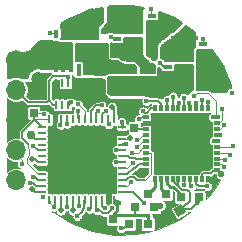
<source format=gbr>
G04 #@! TF.FileFunction,Copper,L1,Top,Signal*
%FSLAX46Y46*%
G04 Gerber Fmt 4.6, Leading zero omitted, Abs format (unit mm)*
G04 Created by KiCad (PCBNEW 4.0.6) date Tue Feb  6 04:03:57 2018*
%MOMM*%
%LPD*%
G01*
G04 APERTURE LIST*
%ADD10C,0.100000*%
%ADD11C,0.500000*%
%ADD12C,1.700000*%
%ADD13O,1.700000X1.700000*%
%ADD14R,0.750000X0.800000*%
%ADD15R,0.800000X0.750000*%
%ADD16R,0.800000X0.800000*%
%ADD17R,0.250000X0.700000*%
%ADD18R,0.710000X0.610000*%
%ADD19R,0.300000X0.500000*%
%ADD20R,0.500000X0.300000*%
%ADD21R,1.150000X1.150000*%
%ADD22R,0.700000X0.250000*%
%ADD23R,1.287500X1.287500*%
%ADD24R,1.200000X1.200000*%
%ADD25C,1.200000*%
%ADD26C,1.500000*%
%ADD27C,0.750000*%
%ADD28R,1.440000X2.135000*%
%ADD29R,0.790000X0.420000*%
%ADD30R,2.135000X1.440000*%
%ADD31R,0.420000X0.790000*%
%ADD32R,1.300000X0.700000*%
%ADD33R,0.700000X1.300000*%
%ADD34C,0.450000*%
%ADD35C,0.550000*%
%ADD36C,0.150000*%
%ADD37C,0.125000*%
%ADD38C,0.175000*%
%ADD39C,0.200000*%
%ADD40C,0.250000*%
G04 APERTURE END LIST*
D10*
D11*
X152400000Y-93345000D03*
D12*
X151000000Y-84920000D03*
D13*
X151000000Y-87460000D03*
X151000000Y-90000000D03*
X151000000Y-92540000D03*
X151000000Y-95080000D03*
D14*
X161036000Y-90678000D03*
X161036000Y-89178000D03*
D15*
X164985000Y-96520000D03*
X166485000Y-96520000D03*
X162203000Y-96266000D03*
X163703000Y-96266000D03*
D14*
X152527000Y-89396000D03*
X152527000Y-87896000D03*
D15*
X159246000Y-98425000D03*
X157746000Y-98425000D03*
D16*
X161100000Y-97400000D03*
X162700000Y-97400000D03*
X162179000Y-98806000D03*
X160579000Y-98806000D03*
D17*
X154440000Y-88718000D03*
X154940000Y-88718000D03*
X155440000Y-88718000D03*
X155440000Y-86868000D03*
X154940000Y-86868000D03*
X154440000Y-86868000D03*
D18*
X155295000Y-87793000D03*
X154585000Y-87793000D03*
D19*
X162771000Y-95015000D03*
X163271000Y-95015000D03*
X163771000Y-95015000D03*
X164271000Y-95015000D03*
X164771000Y-95015000D03*
X165271000Y-95015000D03*
X165771000Y-95015000D03*
X166271000Y-95015000D03*
X166771000Y-95015000D03*
X167271000Y-95015000D03*
D20*
X168021000Y-94265000D03*
X168021000Y-93765000D03*
X168021000Y-93265000D03*
X168021000Y-92765000D03*
X168021000Y-92265000D03*
X168021000Y-91765000D03*
X168021000Y-91265000D03*
X168021000Y-90765000D03*
X168021000Y-90265000D03*
X168021000Y-89765000D03*
D19*
X167271000Y-89015000D03*
X166771000Y-89015000D03*
X166271000Y-89015000D03*
X165771000Y-89015000D03*
X165271000Y-89015000D03*
X164771000Y-89015000D03*
X164271000Y-89015000D03*
X163771000Y-89015000D03*
X163271000Y-89015000D03*
X162771000Y-89015000D03*
D20*
X162021000Y-89765000D03*
X162021000Y-90265000D03*
X162021000Y-90765000D03*
X162021000Y-91265000D03*
X162021000Y-91765000D03*
X162021000Y-92265000D03*
X162021000Y-92765000D03*
X162021000Y-93265000D03*
X162021000Y-93765000D03*
X162021000Y-94265000D03*
D21*
X166746000Y-90290000D03*
X165596000Y-90290000D03*
X164446000Y-90290000D03*
X163296000Y-90290000D03*
X166746000Y-91440000D03*
X165596000Y-91440000D03*
X164446000Y-91440000D03*
X163296000Y-91440000D03*
X166746000Y-92590000D03*
X165596000Y-92590000D03*
X164446000Y-92590000D03*
X163296000Y-92590000D03*
X166746000Y-93740000D03*
X165596000Y-93740000D03*
X164446000Y-93740000D03*
X163296000Y-93740000D03*
D22*
X153182250Y-90586250D03*
X153182250Y-91086250D03*
X153182250Y-91586250D03*
X153182250Y-92086250D03*
X153182250Y-92586250D03*
X153182250Y-93086250D03*
X153182250Y-93586250D03*
X153182250Y-94086250D03*
X153182250Y-94586250D03*
X153182250Y-95086250D03*
X153182250Y-95586250D03*
X153182250Y-96086250D03*
D17*
X153832250Y-96736250D03*
X154332250Y-96736250D03*
X154832250Y-96736250D03*
X155332250Y-96736250D03*
X155832250Y-96736250D03*
X156332250Y-96736250D03*
X156832250Y-96736250D03*
X157332250Y-96736250D03*
X157832250Y-96736250D03*
X158332250Y-96736250D03*
X158832250Y-96736250D03*
X159332250Y-96736250D03*
D22*
X159982250Y-96086250D03*
X159982250Y-95586250D03*
X159982250Y-95086250D03*
X159982250Y-94586250D03*
X159982250Y-94086250D03*
X159982250Y-93586250D03*
X159982250Y-93086250D03*
X159982250Y-92586250D03*
X159982250Y-92086250D03*
X159982250Y-91586250D03*
X159982250Y-91086250D03*
X159982250Y-90586250D03*
D17*
X159332250Y-89936250D03*
X158832250Y-89936250D03*
X158332250Y-89936250D03*
X157832250Y-89936250D03*
X157332250Y-89936250D03*
X156832250Y-89936250D03*
X156332250Y-89936250D03*
X155832250Y-89936250D03*
X155332250Y-89936250D03*
X154832250Y-89936250D03*
X154332250Y-89936250D03*
X153832250Y-89936250D03*
D23*
X158513500Y-95267500D03*
X158513500Y-93980000D03*
X158513500Y-92692500D03*
X158513500Y-91405000D03*
X157226000Y-95267500D03*
X157226000Y-93980000D03*
X157226000Y-92692500D03*
X157226000Y-91405000D03*
X155938500Y-95267500D03*
X155938500Y-93980000D03*
X155938500Y-92692500D03*
X155938500Y-91405000D03*
X154651000Y-95267500D03*
X154651000Y-93980000D03*
X154651000Y-92692500D03*
X154651000Y-91405000D03*
D24*
X152908000Y-84500000D03*
D25*
X152908000Y-86500000D03*
D26*
X168021000Y-85852000D03*
X163750000Y-82000000D03*
X157480000Y-81280000D03*
D27*
X156718000Y-98704400D03*
D11*
X159131000Y-88900000D03*
X160655000Y-91567000D03*
X152400000Y-95885000D03*
X155829000Y-97663000D03*
X154813000Y-97663000D03*
D27*
X152273000Y-91254001D03*
D28*
X165354000Y-86499500D03*
X165354000Y-83934500D03*
D29*
X166809000Y-85542000D03*
X166809000Y-84892000D03*
X166809000Y-86192000D03*
X163899000Y-86842000D03*
X166809000Y-86842000D03*
X163899000Y-86192000D03*
X163899000Y-85542000D03*
X163899000Y-84892000D03*
X166809000Y-84242000D03*
X163899000Y-83592000D03*
X163899000Y-84242000D03*
X166809000Y-83592000D03*
D28*
X161036000Y-84074000D03*
X161036000Y-81509000D03*
D29*
X162491000Y-83116500D03*
X162491000Y-82466500D03*
X162491000Y-83766500D03*
X159581000Y-84416500D03*
X162491000Y-84416500D03*
X159581000Y-83766500D03*
X159581000Y-83116500D03*
X159581000Y-82466500D03*
X162491000Y-81816500D03*
X159581000Y-81166500D03*
X159581000Y-81816500D03*
X162491000Y-81166500D03*
D30*
X157294500Y-84143000D03*
X154729500Y-84143000D03*
D31*
X156337000Y-82688000D03*
X155687000Y-82688000D03*
X156987000Y-82688000D03*
X157637000Y-85598000D03*
X157637000Y-82688000D03*
X156987000Y-85598000D03*
X156337000Y-85598000D03*
X155687000Y-85598000D03*
X155037000Y-82688000D03*
X154387000Y-85598000D03*
X155037000Y-85598000D03*
X154387000Y-82688000D03*
D32*
X160401000Y-85730000D03*
X160401000Y-87630000D03*
X162179000Y-85730000D03*
X162179000Y-87630000D03*
D33*
X159126000Y-87000000D03*
X157226000Y-87000000D03*
D10*
G36*
X165019429Y-97144240D02*
X165394429Y-97793760D01*
X164701609Y-98193760D01*
X164326609Y-97544240D01*
X165019429Y-97144240D01*
X165019429Y-97144240D01*
G37*
G36*
X163720391Y-97894240D02*
X164095391Y-98543760D01*
X163402571Y-98943760D01*
X163027571Y-98294240D01*
X163720391Y-97894240D01*
X163720391Y-97894240D01*
G37*
D34*
X155386493Y-86331097D03*
X150596600Y-93827600D03*
X150622000Y-91262200D03*
X161366200Y-99364800D03*
X159461200Y-99618800D03*
X164303002Y-97104200D03*
X167259000Y-90424000D03*
X162941000Y-98552000D03*
X164210996Y-98298000D03*
X157949393Y-86944519D03*
D35*
X158242000Y-86741000D03*
D34*
X165070147Y-89611288D03*
X167501989Y-94964873D03*
X159131000Y-91313000D03*
X154305000Y-87249000D03*
X155295000Y-87793000D03*
X156062691Y-87106432D03*
X153798493Y-94094909D03*
X156845000Y-86741028D03*
D35*
X156337000Y-86741000D03*
D34*
X155956000Y-86614000D03*
D35*
X157607000Y-86741000D03*
D34*
X158115000Y-88011000D03*
X166345210Y-93240998D03*
X161544000Y-94488000D03*
X163750002Y-90290000D03*
X160655000Y-88519000D03*
X154600510Y-91455490D03*
X158477508Y-95015959D03*
X156972000Y-98425000D03*
X157226000Y-95267500D03*
X154585000Y-87793000D03*
X158551564Y-82367436D03*
X154432000Y-85089980D03*
X153289010Y-85598000D03*
X153924000Y-85090000D03*
X169292422Y-87755586D03*
X166370000Y-97028000D03*
X164286104Y-83075403D03*
X164404043Y-84642957D03*
X165859100Y-84521400D03*
X152908000Y-85344000D03*
X152146000Y-85725000D03*
X151638000Y-85979000D03*
X151130000Y-85979000D03*
X150622000Y-85979000D03*
X152146000Y-85217000D03*
X152146000Y-84582000D03*
X153416000Y-83566000D03*
X152908000Y-83693000D03*
X160147000Y-81534000D03*
X159004000Y-81534000D03*
X159004000Y-82169000D03*
X160147000Y-82169000D03*
X160000000Y-80750000D03*
X159500000Y-80500000D03*
X159000000Y-80750000D03*
X161036000Y-81509000D03*
X165249982Y-82500000D03*
X165750000Y-82500000D03*
X166243000Y-83058016D03*
X163449000Y-83820000D03*
X163449000Y-84582000D03*
X165354000Y-83934500D03*
X153416024Y-89535000D03*
X165683278Y-88533226D03*
X155693609Y-88517121D03*
X159721990Y-97008041D03*
X159955973Y-90185956D03*
X162179000Y-98171000D03*
D35*
X163250000Y-97250000D03*
D34*
X159893000Y-99187000D03*
X151511000Y-93726000D03*
X153340998Y-96561252D03*
X168783000Y-86995000D03*
X167386000Y-84836000D03*
X167894000Y-84664340D03*
X167513000Y-84328000D03*
X165867164Y-95625928D03*
X169099941Y-92935038D03*
X163068000Y-83312000D03*
X155750000Y-81750000D03*
X155250000Y-82000000D03*
X156250000Y-81500000D03*
X168330589Y-91264063D03*
X152495295Y-94837978D03*
X152182572Y-95320516D03*
X157861000Y-97663000D03*
X159126777Y-97426875D03*
X158520161Y-97462743D03*
X168654067Y-90429594D03*
X156337000Y-86106000D03*
X160147000Y-85725000D03*
X168473180Y-89103267D03*
X167766239Y-91765003D03*
X153924000Y-82677000D03*
X159020298Y-83015173D03*
X168748246Y-93389955D03*
X162110865Y-85091164D03*
X168652847Y-93986306D03*
X169418000Y-92201986D03*
X162433000Y-80645000D03*
X167214990Y-95615884D03*
X163166392Y-85194311D03*
X160274000Y-86614000D03*
X166116000Y-88011000D03*
X167671001Y-89779588D03*
D35*
X168402000Y-94615000D03*
D34*
X166878000Y-83185000D03*
X165260524Y-95470476D03*
X161850050Y-97000000D03*
X152440574Y-92164935D03*
X167259000Y-88518988D03*
X156364944Y-97288001D03*
X166736250Y-88279469D03*
X155321001Y-97343724D03*
X166255045Y-88594222D03*
X154224528Y-97362472D03*
X157236342Y-97539447D03*
X165227000Y-88157010D03*
X157948890Y-89252877D03*
X164801990Y-88545701D03*
X164338000Y-88030010D03*
X158265743Y-88773038D03*
X158638706Y-89243022D03*
X163837400Y-88347990D03*
X158862089Y-90381783D03*
X162049998Y-88392011D03*
X161761014Y-89265142D03*
X156210000Y-98171000D03*
X161417212Y-89927965D03*
X156252368Y-89265667D03*
X160909000Y-93620612D03*
X161271148Y-91691593D03*
X161265807Y-92266580D03*
X160782000Y-95250000D03*
X160842600Y-92770600D03*
X159507252Y-93599000D03*
X160340393Y-92077917D03*
X159517572Y-92541931D03*
X154784169Y-90411248D03*
X155353644Y-90331644D03*
X156266827Y-88682228D03*
D36*
X154154999Y-86317999D02*
X155373395Y-86317999D01*
X155373395Y-86317999D02*
X155386493Y-86331097D01*
X155386493Y-86331097D02*
X155389999Y-86317999D01*
X155389999Y-86317999D02*
X155389999Y-86327591D01*
X155389999Y-86327591D02*
X155386493Y-86331097D01*
X153797000Y-88350000D02*
X153650999Y-88496001D01*
X153650999Y-88496001D02*
X152036001Y-88496001D01*
X152036001Y-88496001D02*
X151849999Y-88309999D01*
X151849999Y-88309999D02*
X151000000Y-87460000D01*
X154440000Y-88718000D02*
X154165000Y-88718000D01*
X153797000Y-86675998D02*
X154154999Y-86317999D01*
X155389999Y-86317999D02*
X155440000Y-86368000D01*
X154165000Y-88718000D02*
X153797000Y-88350000D01*
X153797000Y-88350000D02*
X153797000Y-86675998D01*
X155440000Y-86368000D02*
X155440000Y-86868000D01*
D10*
X167259000Y-90424000D02*
X166880000Y-90424000D01*
X166880000Y-90424000D02*
X166746000Y-90290000D01*
D36*
X164210996Y-98298000D02*
X163195000Y-98298000D01*
X163195000Y-98298000D02*
X162941000Y-98552000D01*
D37*
X157607000Y-86741000D02*
X157810519Y-86944519D01*
X157810519Y-86944519D02*
X157949393Y-86944519D01*
X158242000Y-86758000D02*
X158242000Y-86741000D01*
X158000000Y-87000000D02*
X158242000Y-86758000D01*
X167451862Y-95015000D02*
X167501989Y-94964873D01*
X167271000Y-95015000D02*
X167451862Y-95015000D01*
D36*
X154585000Y-87793000D02*
X154585000Y-87529000D01*
X154585000Y-87529000D02*
X154305000Y-87249000D01*
D37*
X156062691Y-86720691D02*
X156062691Y-87106432D01*
X155956000Y-86614000D02*
X156062691Y-86720691D01*
X155376123Y-87793000D02*
X156062691Y-87106432D01*
X155295000Y-87793000D02*
X155376123Y-87793000D01*
D36*
X153182250Y-94086250D02*
X153798493Y-94094909D01*
X153798493Y-94094909D02*
X154544750Y-94086250D01*
D10*
X153182250Y-94086250D02*
X153789834Y-94086250D01*
X153789834Y-94086250D02*
X153798493Y-94094909D01*
D37*
X156776224Y-86741028D02*
X156845000Y-86741028D01*
X156617266Y-86899986D02*
X156776224Y-86741028D01*
X162021000Y-94265000D02*
X161767000Y-94265000D01*
X161767000Y-94265000D02*
X161544000Y-94488000D01*
X164446000Y-90290000D02*
X163750002Y-90290000D01*
D36*
X161036000Y-89420000D02*
X161036000Y-88900000D01*
X161036000Y-88900000D02*
X160655000Y-88519000D01*
X161830000Y-90265000D02*
X162021000Y-90265000D01*
X154332250Y-91187230D02*
X154375511Y-91230491D01*
X154332250Y-89936250D02*
X154332250Y-91187230D01*
X154375511Y-91230491D02*
X154600510Y-91455490D01*
X152527000Y-87896000D02*
X152527000Y-87921000D01*
X158832250Y-95370701D02*
X158477508Y-95015959D01*
X158832250Y-96736250D02*
X158832250Y-95370701D01*
X157746000Y-98425000D02*
X156972000Y-98425000D01*
X159982250Y-91086250D02*
X158832250Y-91086250D01*
X158832250Y-91086250D02*
X158513500Y-91405000D01*
X154544750Y-94086250D02*
X154651000Y-93980000D01*
X154440000Y-86868000D02*
X154440000Y-87648000D01*
X154440000Y-87648000D02*
X154585000Y-87793000D01*
D38*
X164271000Y-95015000D02*
X164271000Y-95099690D01*
X164271000Y-95099690D02*
X164391155Y-95219845D01*
X164771000Y-95599690D02*
X164391155Y-95219845D01*
D39*
X166370000Y-97028000D02*
X165862000Y-97536000D01*
X165862000Y-97536000D02*
X164993519Y-97536000D01*
X164993519Y-97536000D02*
X164860519Y-97669000D01*
X165515995Y-95932499D02*
X165528499Y-95932499D01*
X165528499Y-95932499D02*
X165735000Y-96139000D01*
X165735000Y-96901000D02*
X165481000Y-97155000D01*
X165735000Y-96139000D02*
X165735000Y-96901000D01*
X165481000Y-97155000D02*
X165374519Y-97155000D01*
X165374519Y-97155000D02*
X164860519Y-97669000D01*
D38*
X165103809Y-95932499D02*
X165515995Y-95932499D01*
D10*
X158750000Y-82169000D02*
X158551564Y-82367436D01*
X159004000Y-82169000D02*
X158750000Y-82169000D01*
X153797030Y-85089980D02*
X154432000Y-85089980D01*
X153289010Y-85598000D02*
X153797030Y-85089980D01*
X154729500Y-84792480D02*
X154432000Y-85089980D01*
X154729500Y-84143000D02*
X154729500Y-84792480D01*
D38*
X164771000Y-95599690D02*
X165103809Y-95932499D01*
X164771000Y-95015000D02*
X164771000Y-95599690D01*
D36*
X166485000Y-96520000D02*
X166485000Y-96913000D01*
X166485000Y-96913000D02*
X166370000Y-97028000D01*
D10*
X164193597Y-83075403D02*
X164286104Y-83075403D01*
X163449000Y-83820000D02*
X164193597Y-83075403D01*
X165249982Y-83912282D02*
X165859100Y-84521400D01*
X166243000Y-83058016D02*
X165859100Y-83441916D01*
X165249982Y-82500000D02*
X165249982Y-83912282D01*
X165859100Y-83441916D02*
X165859100Y-84521400D01*
X155687000Y-85598000D02*
X155687000Y-85456000D01*
X155687000Y-85456000D02*
X155321000Y-85090000D01*
X152146000Y-85725000D02*
X152527000Y-85725000D01*
X152527000Y-85725000D02*
X152908000Y-85344000D01*
X152146000Y-85217000D02*
X152146000Y-85725000D01*
X151130000Y-85979000D02*
X151638000Y-85979000D01*
X150622000Y-85979000D02*
X151130000Y-85979000D01*
X152908000Y-84500000D02*
X152228000Y-84500000D01*
X152228000Y-84500000D02*
X152146000Y-84582000D01*
X153142000Y-83566000D02*
X153416000Y-83566000D01*
X152908000Y-83800000D02*
X153142000Y-83566000D01*
X152908000Y-84500000D02*
X152908000Y-83800000D01*
X159004000Y-81534000D02*
X160147000Y-81534000D01*
X159581000Y-82466500D02*
X159849500Y-82466500D01*
X159849500Y-82466500D02*
X160147000Y-82169000D01*
X159500000Y-80500000D02*
X159750000Y-80500000D01*
X159750000Y-80500000D02*
X160000000Y-80750000D01*
X159581000Y-81166500D02*
X159416500Y-81166500D01*
X159416500Y-81166500D02*
X159000000Y-80750000D01*
X165750000Y-82500000D02*
X165249982Y-82500000D01*
X165249982Y-82891018D02*
X165249982Y-82500000D01*
X163899000Y-84242000D02*
X165249982Y-82891018D01*
X165249982Y-82781018D02*
X165249982Y-82500000D01*
X163449000Y-84582000D02*
X165249982Y-82781018D01*
X165750000Y-82565016D02*
X165750000Y-82500000D01*
X166243000Y-83058016D02*
X165750000Y-82565016D01*
X165354000Y-83934500D02*
X165354000Y-83439000D01*
X163899000Y-83592000D02*
X165011500Y-83592000D01*
X165011500Y-83592000D02*
X165354000Y-83934500D01*
D40*
X159385000Y-98044000D02*
X161100000Y-98044000D01*
X161100000Y-98044000D02*
X162052000Y-98044000D01*
D36*
X161100000Y-97400000D02*
X161100000Y-98044000D01*
D40*
X159332250Y-96736250D02*
X159347250Y-96736250D01*
X159347250Y-96736250D02*
X159512000Y-96901000D01*
X159512000Y-96901000D02*
X159614949Y-96901000D01*
X159614949Y-96901000D02*
X159721990Y-97008041D01*
D36*
X151511000Y-91059000D02*
X151511000Y-91560812D01*
D37*
X152025188Y-92362312D02*
X152025188Y-92075000D01*
D36*
X151511000Y-91560812D02*
X152025188Y-92075000D01*
X152527000Y-90043000D02*
X151511000Y-91059000D01*
X152527000Y-89931000D02*
X152527000Y-90043000D01*
D10*
X153277024Y-89396000D02*
X153416024Y-89535000D01*
X152527000Y-89396000D02*
X153277024Y-89396000D01*
D36*
X165771000Y-89015000D02*
X165771000Y-88620948D01*
X165771000Y-88620948D02*
X165683278Y-88533226D01*
D37*
X152146000Y-92483124D02*
X152025188Y-92362312D01*
X152146000Y-92964000D02*
X152146000Y-92483124D01*
X151923501Y-93630501D02*
X151923501Y-93186499D01*
X152879250Y-94586250D02*
X151923501Y-93630501D01*
X153182250Y-94586250D02*
X152879250Y-94586250D01*
X151923501Y-93186499D02*
X152146000Y-92964000D01*
X152527000Y-89931000D02*
X152532250Y-89936250D01*
X152532250Y-89936250D02*
X153832250Y-89936250D01*
D36*
X159246000Y-98425000D02*
X159246000Y-98183000D01*
X159246000Y-98183000D02*
X159385000Y-98044000D01*
X155468610Y-88742120D02*
X155693609Y-88517121D01*
X155464120Y-88742120D02*
X155468610Y-88742120D01*
X155440000Y-88718000D02*
X155464120Y-88742120D01*
D40*
X159982250Y-90586250D02*
X159982250Y-90211250D01*
X159956956Y-90185956D02*
X159955973Y-90185956D01*
X159982250Y-90211250D02*
X159956956Y-90185956D01*
D36*
X152527000Y-89396000D02*
X152527000Y-89931000D01*
X152527000Y-89931000D02*
X153182250Y-90586250D01*
D40*
X159332250Y-97924406D02*
X159332250Y-97991250D01*
X159601779Y-97654877D02*
X159332250Y-97924406D01*
X159601779Y-97198873D02*
X159601779Y-97654877D01*
X159332250Y-96929344D02*
X159601779Y-97198873D01*
X159332250Y-96736250D02*
X159332250Y-96929344D01*
X162052000Y-98044000D02*
X162179000Y-98171000D01*
D36*
X159332250Y-97991250D02*
X159385000Y-98044000D01*
D40*
X162179000Y-98806000D02*
X162179000Y-98171000D01*
X163771000Y-95015000D02*
X163771000Y-95318000D01*
X163771000Y-95318000D02*
X164094000Y-95641000D01*
X164094000Y-95641000D02*
X164335000Y-95641000D01*
X164335000Y-95641000D02*
X164960000Y-96266000D01*
X164960000Y-96266000D02*
X164985000Y-96266000D01*
D38*
X164985000Y-96520000D02*
X164985000Y-96291000D01*
X164985000Y-96291000D02*
X164846000Y-96152000D01*
D40*
X162771000Y-95015000D02*
X162771000Y-95698000D01*
X162771000Y-95698000D02*
X162203000Y-96266000D01*
X163271000Y-95015000D02*
X163271000Y-95834000D01*
X163271000Y-95834000D02*
X163703000Y-96266000D01*
D36*
X162700000Y-97400000D02*
X163100000Y-97400000D01*
X163100000Y-97400000D02*
X163250000Y-97250000D01*
X159893000Y-99187000D02*
X160198000Y-99187000D01*
X160198000Y-99187000D02*
X160579000Y-98806000D01*
D37*
X151511000Y-93726000D02*
X151511000Y-93407802D01*
X151511000Y-93407802D02*
X151000000Y-92896802D01*
X151000000Y-92896802D02*
X151000000Y-92540000D01*
D36*
X168021000Y-85852000D02*
X168021000Y-86233000D01*
X168021000Y-86233000D02*
X168783000Y-86995000D01*
X167386000Y-84836000D02*
X167722340Y-84836000D01*
X167722340Y-84836000D02*
X167894000Y-84664340D01*
X167513000Y-84328000D02*
X167557660Y-84328000D01*
X167557660Y-84328000D02*
X167894000Y-84664340D01*
X165771000Y-95529764D02*
X165867164Y-95625928D01*
X165771000Y-95015000D02*
X165771000Y-95529764D01*
D10*
X168021000Y-92765000D02*
X168929903Y-92765000D01*
X168929903Y-92765000D02*
X169099941Y-92935038D01*
D36*
X156250000Y-81500000D02*
X155750000Y-81500000D01*
X155750000Y-81500000D02*
X155250000Y-82000000D01*
D10*
X168329652Y-91265000D02*
X168330589Y-91264063D01*
X168021000Y-91265000D02*
X168329652Y-91265000D01*
D36*
X152888174Y-95086250D02*
X152639902Y-94837978D01*
X153182250Y-95086250D02*
X152888174Y-95086250D01*
X152639902Y-94837978D02*
X152495295Y-94837978D01*
X152749045Y-95586250D02*
X152483311Y-95320516D01*
X152483311Y-95320516D02*
X152182572Y-95320516D01*
X153182250Y-95586250D02*
X152749045Y-95586250D01*
X157861000Y-97663000D02*
X157963252Y-97560748D01*
X157963252Y-97560748D02*
X157963252Y-97507250D01*
X159126777Y-97540223D02*
X159126777Y-97426875D01*
X158817001Y-97849999D02*
X159126777Y-97540223D01*
X158373002Y-97917000D02*
X158645999Y-97917000D01*
X158645999Y-97917000D02*
X158713000Y-97849999D01*
X158713000Y-97849999D02*
X158817001Y-97849999D01*
X157832250Y-97507250D02*
X157963252Y-97507250D01*
X157963252Y-97507250D02*
X158373002Y-97917000D01*
X157832250Y-96736250D02*
X157832250Y-97507250D01*
X158332250Y-97274832D02*
X158520161Y-97462743D01*
X158332250Y-96736250D02*
X158332250Y-97274832D01*
X159131000Y-88900000D02*
X159332250Y-89101250D01*
X159332250Y-89101250D02*
X159332250Y-89936250D01*
D37*
X159982250Y-91586250D02*
X160635750Y-91586250D01*
X160635750Y-91586250D02*
X160655000Y-91567000D01*
D36*
X160001500Y-91567000D02*
X159982250Y-91586250D01*
X152400000Y-95885000D02*
X152601250Y-96086250D01*
X152601250Y-96086250D02*
X153182250Y-96086250D01*
D10*
X168021000Y-90765000D02*
X168318661Y-90765000D01*
X168318661Y-90765000D02*
X168654067Y-90429594D01*
X156337000Y-85598000D02*
X156337000Y-86106000D01*
X160725000Y-85725000D02*
X160147000Y-85725000D01*
X160750000Y-85750000D02*
X160725000Y-85725000D01*
X168187214Y-90265000D02*
X168473180Y-89979034D01*
X168021000Y-90265000D02*
X168187214Y-90265000D01*
X168473180Y-89979034D02*
X168473180Y-89103267D01*
X167766242Y-91765000D02*
X167766239Y-91765003D01*
X168021000Y-91765000D02*
X167766242Y-91765000D01*
X153924000Y-82677000D02*
X154376000Y-82677000D01*
X154376000Y-82677000D02*
X154387000Y-82688000D01*
X159581000Y-83116500D02*
X159479673Y-83015173D01*
X159479673Y-83015173D02*
X159020298Y-83015173D01*
X168623291Y-93265000D02*
X168748246Y-93389955D01*
X168021000Y-93265000D02*
X168623291Y-93265000D01*
X162053164Y-85091164D02*
X162110865Y-85091164D01*
X161036000Y-84074000D02*
X162053164Y-85091164D01*
X168021000Y-93765000D02*
X168431541Y-93765000D01*
X168431541Y-93765000D02*
X168652847Y-93986306D01*
X168021000Y-92265000D02*
X169354986Y-92265000D01*
X169354986Y-92265000D02*
X169418000Y-92201986D01*
X162433000Y-80645000D02*
X162433000Y-81108500D01*
X162433000Y-81108500D02*
X162491000Y-81166500D01*
D36*
X166271000Y-95015000D02*
X166271000Y-95415000D01*
X166271000Y-95415000D02*
X166471884Y-95615884D01*
X166471884Y-95615884D02*
X167214990Y-95615884D01*
X163166392Y-85194311D02*
X163514081Y-85542000D01*
X163514081Y-85542000D02*
X163899000Y-85542000D01*
D10*
X160750000Y-87250000D02*
X162250000Y-87250000D01*
X160274000Y-86614000D02*
X160274000Y-86774000D01*
X160274000Y-86774000D02*
X160750000Y-87250000D01*
X160274000Y-86614000D02*
X159886000Y-86614000D01*
X159886000Y-86614000D02*
X159500000Y-87000000D01*
X166604500Y-87750000D02*
X166377000Y-87750000D01*
X166377000Y-87750000D02*
X166116000Y-88011000D01*
D38*
X167491001Y-94527501D02*
X167753502Y-94265000D01*
X166771000Y-95015000D02*
X166771000Y-94590000D01*
X166771000Y-94590000D02*
X166833499Y-94527501D01*
X166833499Y-94527501D02*
X167491001Y-94527501D01*
X167753502Y-94265000D02*
X168021000Y-94265000D01*
D10*
X168021000Y-89765000D02*
X167685589Y-89765000D01*
X167685589Y-89765000D02*
X167671001Y-89779588D01*
X168052000Y-94265000D02*
X168402000Y-94615000D01*
X168021000Y-94265000D02*
X168052000Y-94265000D01*
X166604500Y-87750000D02*
X167250000Y-87750000D01*
X167250000Y-87750000D02*
X167917956Y-88417956D01*
X167917956Y-88417956D02*
X167917956Y-89661956D01*
X167917956Y-89661956D02*
X168021000Y-89765000D01*
X166878000Y-83185000D02*
X166878000Y-83523000D01*
D37*
X165271000Y-95015000D02*
X165271000Y-95460000D01*
X165271000Y-95460000D02*
X165260524Y-95470476D01*
D36*
X166878000Y-83523000D02*
X166809000Y-83592000D01*
D38*
X166751000Y-83534000D02*
X166809000Y-83592000D01*
D36*
X160946252Y-96086250D02*
X161850050Y-96990048D01*
X161850050Y-96990048D02*
X161850050Y-97000000D01*
X159982250Y-96086250D02*
X160946252Y-96086250D01*
X152861889Y-92586250D02*
X152440574Y-92164935D01*
X153182250Y-92586250D02*
X152861889Y-92586250D01*
D37*
X152400000Y-93345000D02*
X152626553Y-93345000D01*
D36*
X152626553Y-93345000D02*
X152867803Y-93586250D01*
X152867803Y-93586250D02*
X153182250Y-93586250D01*
X155829000Y-97663000D02*
X155829000Y-96739500D01*
X155829000Y-96739500D02*
X155832250Y-96736250D01*
X154832250Y-96736250D02*
X154832250Y-97643750D01*
X154832250Y-97643750D02*
X154813000Y-97663000D01*
X167271000Y-88530988D02*
X167259000Y-88518988D01*
X167271000Y-89015000D02*
X167271000Y-88530988D01*
X156332250Y-97255307D02*
X156364944Y-97288001D01*
X156332250Y-96736250D02*
X156332250Y-97255307D01*
X166771000Y-88314219D02*
X166736250Y-88279469D01*
X166771000Y-89015000D02*
X166771000Y-88314219D01*
X155321001Y-97343724D02*
X155321001Y-96747499D01*
X155321001Y-96747499D02*
X155332250Y-96736250D01*
X166271000Y-89015000D02*
X166271000Y-88610177D01*
X166271000Y-88610177D02*
X166255045Y-88594222D01*
D10*
X154224528Y-97362472D02*
X153924000Y-97061944D01*
X153924000Y-97061944D02*
X153924000Y-96901000D01*
X153924000Y-96901000D02*
X153832250Y-96809250D01*
X153832250Y-96809250D02*
X153832250Y-96736250D01*
D36*
X154332250Y-97254750D02*
X154224528Y-97362472D01*
X154332250Y-96736250D02*
X154332250Y-97254750D01*
X165227000Y-88706415D02*
X165227000Y-88157010D01*
X165227000Y-88971000D02*
X165227000Y-88706415D01*
X165271000Y-89015000D02*
X165227000Y-88971000D01*
X157332250Y-97443539D02*
X157236342Y-97539447D01*
X157332250Y-96736250D02*
X157332250Y-97443539D01*
X157832250Y-89936250D02*
X157832250Y-89369517D01*
X157832250Y-89369517D02*
X157948890Y-89252877D01*
X164771000Y-89015000D02*
X164771000Y-88576691D01*
X164771000Y-88576691D02*
X164801990Y-88545701D01*
X164338000Y-88948000D02*
X164338000Y-88030010D01*
X164271000Y-89015000D02*
X164338000Y-88948000D01*
X157332250Y-89255781D02*
X157814993Y-88773038D01*
X157332250Y-89936250D02*
X157332250Y-89255781D01*
X157814993Y-88773038D02*
X158265743Y-88773038D01*
X158332250Y-89936250D02*
X158332250Y-89518870D01*
X158608098Y-89243022D02*
X158638706Y-89243022D01*
X158332250Y-89518870D02*
X158608098Y-89243022D01*
X163771000Y-88414390D02*
X163837400Y-88347990D01*
X163771000Y-89015000D02*
X163771000Y-88414390D01*
X158832250Y-90351944D02*
X158862089Y-90381783D01*
X158832250Y-89936250D02*
X158832250Y-90351944D01*
X163271000Y-89015000D02*
X163271000Y-88615000D01*
X163271000Y-88615000D02*
X163048011Y-88392011D01*
X163048011Y-88392011D02*
X162049998Y-88392011D01*
X161910871Y-89414999D02*
X161761014Y-89265142D01*
X162471000Y-89015000D02*
X162071001Y-89414999D01*
X162071001Y-89414999D02*
X161910871Y-89414999D01*
X162771000Y-89015000D02*
X162471000Y-89015000D01*
X156591000Y-97790000D02*
X156591000Y-97690947D01*
X156591000Y-97690947D02*
X156789945Y-97492002D01*
X156789945Y-97492002D02*
X156789945Y-96778555D01*
X156789945Y-96778555D02*
X156832250Y-96736250D01*
X156210000Y-98171000D02*
X156591000Y-97790000D01*
X161715909Y-89765000D02*
X161552944Y-89927965D01*
X162021000Y-89765000D02*
X161715909Y-89765000D01*
X161552944Y-89927965D02*
X161417212Y-89927965D01*
X156252368Y-89583865D02*
X156252368Y-89265667D01*
X156252368Y-89856368D02*
X156252368Y-89583865D01*
X156332250Y-89936250D02*
X156252368Y-89856368D01*
D10*
X160684001Y-93845611D02*
X160909000Y-93620612D01*
X160443362Y-94086250D02*
X160684001Y-93845611D01*
X159982250Y-94086250D02*
X160443362Y-94086250D01*
X161354409Y-91691593D02*
X161271148Y-91691593D01*
X161781002Y-91265000D02*
X161354409Y-91691593D01*
X162021000Y-91265000D02*
X161781002Y-91265000D01*
D37*
X161265807Y-92145193D02*
X161265807Y-92266580D01*
X161306906Y-92104094D02*
X161265807Y-92145193D01*
X161468991Y-92104094D02*
X161306906Y-92104094D01*
X161808085Y-91765000D02*
X161468991Y-92104094D01*
X162021000Y-91765000D02*
X161808085Y-91765000D01*
X160445750Y-95586250D02*
X160782000Y-95250000D01*
X159982250Y-95586250D02*
X160445750Y-95586250D01*
D10*
X161798000Y-92329000D02*
X161356400Y-92770600D01*
X161356400Y-92770600D02*
X161160798Y-92770600D01*
X162021000Y-92265000D02*
X161957000Y-92329000D01*
X161160798Y-92770600D02*
X160842600Y-92770600D01*
X161957000Y-92329000D02*
X161798000Y-92329000D01*
X159982250Y-93586250D02*
X159520002Y-93586250D01*
X159520002Y-93586250D02*
X159507252Y-93599000D01*
D36*
X160986002Y-94824998D02*
X161247254Y-95086250D01*
X160577998Y-94824998D02*
X160986002Y-94824998D01*
X159982250Y-95086250D02*
X160316746Y-95086250D01*
X160316746Y-95086250D02*
X160577998Y-94824998D01*
X161247254Y-95086250D02*
X161961750Y-95086250D01*
D37*
X161961750Y-95086250D02*
X162458501Y-94589499D01*
X162458501Y-94589499D02*
X162458501Y-92827501D01*
X162458501Y-92827501D02*
X162396000Y-92765000D01*
X162396000Y-92765000D02*
X162021000Y-92765000D01*
D36*
X160529246Y-93086250D02*
X160638598Y-93195602D01*
X161134604Y-93195602D02*
X161204002Y-93265000D01*
X160638598Y-93195602D02*
X161134604Y-93195602D01*
X159982250Y-93086250D02*
X160529246Y-93086250D01*
X161621000Y-93265000D02*
X162021000Y-93265000D01*
X161204002Y-93265000D02*
X161621000Y-93265000D01*
X161621000Y-93765000D02*
X162021000Y-93765000D01*
X161113001Y-94045613D02*
X161393614Y-93765000D01*
X160427822Y-94586250D02*
X160968459Y-94045613D01*
X160968459Y-94045613D02*
X161113001Y-94045613D01*
X159982250Y-94586250D02*
X160427822Y-94586250D01*
X161393614Y-93765000D02*
X161621000Y-93765000D01*
X159990583Y-92077917D02*
X160022195Y-92077917D01*
X159982250Y-92086250D02*
X159990583Y-92077917D01*
X160022195Y-92077917D02*
X160340393Y-92077917D01*
X159982250Y-92586250D02*
X159937931Y-92541931D01*
X159835770Y-92541931D02*
X159517572Y-92541931D01*
X159937931Y-92541931D02*
X159835770Y-92541931D01*
X161036000Y-90920000D02*
X161191000Y-90765000D01*
X161191000Y-90765000D02*
X162021000Y-90765000D01*
D10*
X154832250Y-89936250D02*
X154832250Y-90363167D01*
X154832250Y-90363167D02*
X154784169Y-90411248D01*
D36*
X154810457Y-89958043D02*
X154810457Y-90016344D01*
X154832250Y-89936250D02*
X154810457Y-89958043D01*
D10*
X155353644Y-90013446D02*
X155353644Y-90331644D01*
X155353644Y-89957644D02*
X155353644Y-90013446D01*
X155332250Y-89936250D02*
X155353644Y-89957644D01*
X156832250Y-89936250D02*
X156832250Y-89247651D01*
X156832250Y-89247651D02*
X156266827Y-88682228D01*
D36*
X152273000Y-91254001D02*
X152605249Y-91586250D01*
X152605249Y-91586250D02*
X153182250Y-91586250D01*
G36*
X154100016Y-83348390D02*
X154177000Y-83359330D01*
X154540454Y-83359330D01*
X154554271Y-83380010D01*
X154566707Y-83395164D01*
X154604836Y-83433293D01*
X154619990Y-83445729D01*
X154664811Y-83475676D01*
X154682100Y-83484917D01*
X154731897Y-83505545D01*
X154750656Y-83511236D01*
X154803543Y-83521755D01*
X154823052Y-83523676D01*
X154850000Y-83525000D01*
X155733922Y-83525000D01*
X155728245Y-83553543D01*
X155726324Y-83573052D01*
X155725000Y-83600000D01*
X155725000Y-85721657D01*
X153303618Y-85717097D01*
X153167997Y-85660087D01*
X152999905Y-85625583D01*
X152828313Y-85624385D01*
X152659756Y-85656539D01*
X152500654Y-85720820D01*
X152357069Y-85814780D01*
X152234468Y-85934839D01*
X152137521Y-86076426D01*
X152069922Y-86234146D01*
X152045664Y-86348270D01*
X151978859Y-86415075D01*
X151972266Y-86420486D01*
X151968008Y-86422762D01*
X151963386Y-86424164D01*
X151954895Y-86425000D01*
X151445561Y-86425000D01*
X151239344Y-86359584D01*
X151021150Y-86335110D01*
X151005443Y-86335000D01*
X150994557Y-86335000D01*
X150776043Y-86356425D01*
X150565853Y-86419886D01*
X150556235Y-86425000D01*
X150325000Y-86425000D01*
X150325000Y-84765897D01*
X150334624Y-84667750D01*
X150358508Y-84588641D01*
X150397307Y-84515671D01*
X150449539Y-84451629D01*
X150513215Y-84398951D01*
X150585908Y-84359646D01*
X150664859Y-84335207D01*
X150761965Y-84325000D01*
X151633400Y-84325000D01*
X151640057Y-84324347D01*
X151646729Y-84324726D01*
X151651262Y-84324509D01*
X151733563Y-84319979D01*
X151755842Y-84316549D01*
X151778271Y-84314390D01*
X151782718Y-84313485D01*
X151925946Y-84283302D01*
X151954013Y-84274452D01*
X151982252Y-84265980D01*
X151986439Y-84264229D01*
X152121077Y-84206801D01*
X152146910Y-84192658D01*
X152172945Y-84178873D01*
X152176711Y-84176342D01*
X152176710Y-84176342D01*
X152176713Y-84176341D01*
X152176715Y-84176339D01*
X152297631Y-84093857D01*
X152320241Y-84074952D01*
X152343090Y-84056383D01*
X152346294Y-84053169D01*
X152448889Y-83948767D01*
X152449826Y-83947606D01*
X153061747Y-83325000D01*
X154048127Y-83325000D01*
X154100016Y-83348390D01*
X154100016Y-83348390D01*
G37*
X154100016Y-83348390D02*
X154177000Y-83359330D01*
X154540454Y-83359330D01*
X154554271Y-83380010D01*
X154566707Y-83395164D01*
X154604836Y-83433293D01*
X154619990Y-83445729D01*
X154664811Y-83475676D01*
X154682100Y-83484917D01*
X154731897Y-83505545D01*
X154750656Y-83511236D01*
X154803543Y-83521755D01*
X154823052Y-83523676D01*
X154850000Y-83525000D01*
X155733922Y-83525000D01*
X155728245Y-83553543D01*
X155726324Y-83573052D01*
X155725000Y-83600000D01*
X155725000Y-85721657D01*
X153303618Y-85717097D01*
X153167997Y-85660087D01*
X152999905Y-85625583D01*
X152828313Y-85624385D01*
X152659756Y-85656539D01*
X152500654Y-85720820D01*
X152357069Y-85814780D01*
X152234468Y-85934839D01*
X152137521Y-86076426D01*
X152069922Y-86234146D01*
X152045664Y-86348270D01*
X151978859Y-86415075D01*
X151972266Y-86420486D01*
X151968008Y-86422762D01*
X151963386Y-86424164D01*
X151954895Y-86425000D01*
X151445561Y-86425000D01*
X151239344Y-86359584D01*
X151021150Y-86335110D01*
X151005443Y-86335000D01*
X150994557Y-86335000D01*
X150776043Y-86356425D01*
X150565853Y-86419886D01*
X150556235Y-86425000D01*
X150325000Y-86425000D01*
X150325000Y-84765897D01*
X150334624Y-84667750D01*
X150358508Y-84588641D01*
X150397307Y-84515671D01*
X150449539Y-84451629D01*
X150513215Y-84398951D01*
X150585908Y-84359646D01*
X150664859Y-84335207D01*
X150761965Y-84325000D01*
X151633400Y-84325000D01*
X151640057Y-84324347D01*
X151646729Y-84324726D01*
X151651262Y-84324509D01*
X151733563Y-84319979D01*
X151755842Y-84316549D01*
X151778271Y-84314390D01*
X151782718Y-84313485D01*
X151925946Y-84283302D01*
X151954013Y-84274452D01*
X151982252Y-84265980D01*
X151986439Y-84264229D01*
X152121077Y-84206801D01*
X152146910Y-84192658D01*
X152172945Y-84178873D01*
X152176711Y-84176342D01*
X152176710Y-84176342D01*
X152176713Y-84176341D01*
X152176715Y-84176339D01*
X152297631Y-84093857D01*
X152320241Y-84074952D01*
X152343090Y-84056383D01*
X152346294Y-84053169D01*
X152448889Y-83948767D01*
X152449826Y-83947606D01*
X153061747Y-83325000D01*
X154048127Y-83325000D01*
X154100016Y-83348390D01*
G36*
X166414000Y-84078330D02*
X167204000Y-84078330D01*
X167245761Y-84075000D01*
X167607342Y-84075000D01*
X168452723Y-85296072D01*
X169205406Y-87027466D01*
X169255063Y-87255292D01*
X169246886Y-87255235D01*
X169150568Y-87273608D01*
X169059653Y-87310340D01*
X168977604Y-87364032D01*
X168907547Y-87432637D01*
X168852149Y-87513544D01*
X168813521Y-87603670D01*
X168798359Y-87675000D01*
X167634620Y-87675000D01*
X167479810Y-87520190D01*
X167456612Y-87501135D01*
X167433614Y-87481838D01*
X167432117Y-87481015D01*
X167430796Y-87479930D01*
X167404346Y-87465748D01*
X167378031Y-87451281D01*
X167376401Y-87450764D01*
X167374896Y-87449957D01*
X167346198Y-87441183D01*
X167317571Y-87432102D01*
X167315873Y-87431912D01*
X167314239Y-87431412D01*
X167284365Y-87428377D01*
X167254538Y-87425032D01*
X167251197Y-87425008D01*
X167251134Y-87425002D01*
X167251075Y-87425008D01*
X167250000Y-87425000D01*
X166377000Y-87425000D01*
X166350330Y-87427615D01*
X166350330Y-85432000D01*
X166346838Y-85388207D01*
X166325000Y-85317689D01*
X166325000Y-85110907D01*
X166339390Y-85078984D01*
X166350330Y-85002000D01*
X166350330Y-84616180D01*
X166357557Y-84584370D01*
X166359121Y-84472372D01*
X166350330Y-84427973D01*
X166350330Y-84075330D01*
X166353684Y-84075000D01*
X166390567Y-84075000D01*
X166414000Y-84078330D01*
X166414000Y-84078330D01*
G37*
X166414000Y-84078330D02*
X167204000Y-84078330D01*
X167245761Y-84075000D01*
X167607342Y-84075000D01*
X168452723Y-85296072D01*
X169205406Y-87027466D01*
X169255063Y-87255292D01*
X169246886Y-87255235D01*
X169150568Y-87273608D01*
X169059653Y-87310340D01*
X168977604Y-87364032D01*
X168907547Y-87432637D01*
X168852149Y-87513544D01*
X168813521Y-87603670D01*
X168798359Y-87675000D01*
X167634620Y-87675000D01*
X167479810Y-87520190D01*
X167456612Y-87501135D01*
X167433614Y-87481838D01*
X167432117Y-87481015D01*
X167430796Y-87479930D01*
X167404346Y-87465748D01*
X167378031Y-87451281D01*
X167376401Y-87450764D01*
X167374896Y-87449957D01*
X167346198Y-87441183D01*
X167317571Y-87432102D01*
X167315873Y-87431912D01*
X167314239Y-87431412D01*
X167284365Y-87428377D01*
X167254538Y-87425032D01*
X167251197Y-87425008D01*
X167251134Y-87425002D01*
X167251075Y-87425008D01*
X167250000Y-87425000D01*
X166377000Y-87425000D01*
X166350330Y-87427615D01*
X166350330Y-85432000D01*
X166346838Y-85388207D01*
X166325000Y-85317689D01*
X166325000Y-85110907D01*
X166339390Y-85078984D01*
X166350330Y-85002000D01*
X166350330Y-84616180D01*
X166357557Y-84584370D01*
X166359121Y-84472372D01*
X166350330Y-84427973D01*
X166350330Y-84075330D01*
X166353684Y-84075000D01*
X166390567Y-84075000D01*
X166414000Y-84078330D01*
G36*
X164437338Y-81404332D02*
X165076223Y-81817711D01*
X164318339Y-82575595D01*
X164240568Y-82575052D01*
X164144250Y-82593425D01*
X164053335Y-82630157D01*
X163971286Y-82683849D01*
X163901229Y-82752454D01*
X163845831Y-82833361D01*
X163807203Y-82923487D01*
X163806881Y-82925000D01*
X163791421Y-82925000D01*
X163784071Y-82925361D01*
X163764562Y-82927282D01*
X163750139Y-82930151D01*
X163731380Y-82935842D01*
X163717799Y-82941468D01*
X163700510Y-82950709D01*
X163688284Y-82958878D01*
X163673131Y-82971314D01*
X163667678Y-82976256D01*
X163538264Y-83105670D01*
X163504000Y-83105670D01*
X163460207Y-83109162D01*
X163385930Y-83132164D01*
X163321002Y-83174949D01*
X163270564Y-83234128D01*
X163238610Y-83305016D01*
X163229459Y-83369409D01*
X163216231Y-83374754D01*
X163134182Y-83428446D01*
X163064125Y-83497051D01*
X163008727Y-83577958D01*
X162970099Y-83668084D01*
X162968275Y-83676667D01*
X162962068Y-83683934D01*
X162955151Y-83693454D01*
X162946952Y-83706833D01*
X162941608Y-83717322D01*
X162935603Y-83731820D01*
X162931966Y-83743012D01*
X162928303Y-83758270D01*
X162926462Y-83769894D01*
X162925231Y-83785537D01*
X162925000Y-83791421D01*
X162925000Y-84754708D01*
X162851574Y-84802757D01*
X162781517Y-84871362D01*
X162744790Y-84925000D01*
X162583206Y-84925000D01*
X162554475Y-84855293D01*
X162500212Y-84773620D01*
X162431119Y-84704044D01*
X162349828Y-84649212D01*
X162259434Y-84611214D01*
X162206392Y-84600326D01*
X162084405Y-84478339D01*
X162079962Y-84473136D01*
X162077930Y-84469821D01*
X162076445Y-84466237D01*
X162075537Y-84462454D01*
X162075000Y-84455630D01*
X162075000Y-81649846D01*
X162096000Y-81652830D01*
X162886000Y-81652830D01*
X162929793Y-81649338D01*
X163004070Y-81626336D01*
X163068998Y-81583551D01*
X163119436Y-81524372D01*
X163151390Y-81453484D01*
X163162330Y-81376500D01*
X163162330Y-80956500D01*
X163158838Y-80912707D01*
X163152742Y-80893022D01*
X164437338Y-81404332D01*
X164437338Y-81404332D01*
G37*
X164437338Y-81404332D02*
X165076223Y-81817711D01*
X164318339Y-82575595D01*
X164240568Y-82575052D01*
X164144250Y-82593425D01*
X164053335Y-82630157D01*
X163971286Y-82683849D01*
X163901229Y-82752454D01*
X163845831Y-82833361D01*
X163807203Y-82923487D01*
X163806881Y-82925000D01*
X163791421Y-82925000D01*
X163784071Y-82925361D01*
X163764562Y-82927282D01*
X163750139Y-82930151D01*
X163731380Y-82935842D01*
X163717799Y-82941468D01*
X163700510Y-82950709D01*
X163688284Y-82958878D01*
X163673131Y-82971314D01*
X163667678Y-82976256D01*
X163538264Y-83105670D01*
X163504000Y-83105670D01*
X163460207Y-83109162D01*
X163385930Y-83132164D01*
X163321002Y-83174949D01*
X163270564Y-83234128D01*
X163238610Y-83305016D01*
X163229459Y-83369409D01*
X163216231Y-83374754D01*
X163134182Y-83428446D01*
X163064125Y-83497051D01*
X163008727Y-83577958D01*
X162970099Y-83668084D01*
X162968275Y-83676667D01*
X162962068Y-83683934D01*
X162955151Y-83693454D01*
X162946952Y-83706833D01*
X162941608Y-83717322D01*
X162935603Y-83731820D01*
X162931966Y-83743012D01*
X162928303Y-83758270D01*
X162926462Y-83769894D01*
X162925231Y-83785537D01*
X162925000Y-83791421D01*
X162925000Y-84754708D01*
X162851574Y-84802757D01*
X162781517Y-84871362D01*
X162744790Y-84925000D01*
X162583206Y-84925000D01*
X162554475Y-84855293D01*
X162500212Y-84773620D01*
X162431119Y-84704044D01*
X162349828Y-84649212D01*
X162259434Y-84611214D01*
X162206392Y-84600326D01*
X162084405Y-84478339D01*
X162079962Y-84473136D01*
X162077930Y-84469821D01*
X162076445Y-84466237D01*
X162075537Y-84462454D01*
X162075000Y-84455630D01*
X162075000Y-81649846D01*
X162096000Y-81652830D01*
X162886000Y-81652830D01*
X162929793Y-81649338D01*
X163004070Y-81626336D01*
X163068998Y-81583551D01*
X163119436Y-81524372D01*
X163151390Y-81453484D01*
X163162330Y-81376500D01*
X163162330Y-80956500D01*
X163158838Y-80912707D01*
X163152742Y-80893022D01*
X164437338Y-81404332D01*
G36*
X158425000Y-81705630D02*
X158424463Y-81712454D01*
X158423555Y-81716237D01*
X158422070Y-81719821D01*
X158420038Y-81723136D01*
X158415595Y-81728339D01*
X157976256Y-82167678D01*
X157972259Y-82172002D01*
X157962068Y-82183934D01*
X157955151Y-82193454D01*
X157946952Y-82206833D01*
X157941608Y-82217322D01*
X157935603Y-82231820D01*
X157931966Y-82243012D01*
X157928303Y-82258270D01*
X157926462Y-82269894D01*
X157925231Y-82285537D01*
X157925000Y-82291421D01*
X157925000Y-83146316D01*
X157924965Y-83146670D01*
X156227000Y-83146670D01*
X156183207Y-83150162D01*
X156108930Y-83173164D01*
X156106144Y-83175000D01*
X155912563Y-83175000D01*
X155873984Y-83157610D01*
X155797000Y-83146670D01*
X154864282Y-83146670D01*
X154873330Y-83083000D01*
X154873330Y-82293000D01*
X154869838Y-82249207D01*
X154846836Y-82174930D01*
X154825000Y-82141793D01*
X154825000Y-81876264D01*
X155355196Y-81514644D01*
X157091805Y-80774065D01*
X158425000Y-80493218D01*
X158425000Y-81705630D01*
X158425000Y-81705630D01*
G37*
X158425000Y-81705630D02*
X158424463Y-81712454D01*
X158423555Y-81716237D01*
X158422070Y-81719821D01*
X158420038Y-81723136D01*
X158415595Y-81728339D01*
X157976256Y-82167678D01*
X157972259Y-82172002D01*
X157962068Y-82183934D01*
X157955151Y-82193454D01*
X157946952Y-82206833D01*
X157941608Y-82217322D01*
X157935603Y-82231820D01*
X157931966Y-82243012D01*
X157928303Y-82258270D01*
X157926462Y-82269894D01*
X157925231Y-82285537D01*
X157925000Y-82291421D01*
X157925000Y-83146316D01*
X157924965Y-83146670D01*
X156227000Y-83146670D01*
X156183207Y-83150162D01*
X156108930Y-83173164D01*
X156106144Y-83175000D01*
X155912563Y-83175000D01*
X155873984Y-83157610D01*
X155797000Y-83146670D01*
X154864282Y-83146670D01*
X154873330Y-83083000D01*
X154873330Y-82293000D01*
X154869838Y-82249207D01*
X154846836Y-82174930D01*
X154825000Y-82141793D01*
X154825000Y-81876264D01*
X155355196Y-81514644D01*
X157091805Y-80774065D01*
X158425000Y-80493218D01*
X158425000Y-81705630D01*
G36*
X166022402Y-82429918D02*
X166175000Y-82577817D01*
X166175000Y-83246471D01*
X166148610Y-83305016D01*
X166137670Y-83382000D01*
X166137670Y-83792458D01*
X166119990Y-83804271D01*
X166104836Y-83816707D01*
X166066707Y-83854836D01*
X166054271Y-83869990D01*
X166024324Y-83914811D01*
X166015083Y-83932100D01*
X165994455Y-83981897D01*
X165988764Y-84000656D01*
X165978245Y-84053543D01*
X165976324Y-84073052D01*
X165975000Y-84100000D01*
X165975000Y-84975000D01*
X163616828Y-84975000D01*
X163610002Y-84958440D01*
X163555739Y-84876767D01*
X163486646Y-84807191D01*
X163405355Y-84752359D01*
X163314961Y-84714361D01*
X163275000Y-84706158D01*
X163275000Y-83863908D01*
X163863908Y-83275000D01*
X163958579Y-83275000D01*
X163985527Y-83273676D01*
X164005036Y-83271755D01*
X164057923Y-83261236D01*
X164076682Y-83255545D01*
X164126479Y-83234917D01*
X164143768Y-83225676D01*
X164188596Y-83195723D01*
X164203749Y-83183287D01*
X164223743Y-83165165D01*
X165376748Y-82012160D01*
X166022402Y-82429918D01*
X166022402Y-82429918D01*
G37*
X166022402Y-82429918D02*
X166175000Y-82577817D01*
X166175000Y-83246471D01*
X166148610Y-83305016D01*
X166137670Y-83382000D01*
X166137670Y-83792458D01*
X166119990Y-83804271D01*
X166104836Y-83816707D01*
X166066707Y-83854836D01*
X166054271Y-83869990D01*
X166024324Y-83914811D01*
X166015083Y-83932100D01*
X165994455Y-83981897D01*
X165988764Y-84000656D01*
X165978245Y-84053543D01*
X165976324Y-84073052D01*
X165975000Y-84100000D01*
X165975000Y-84975000D01*
X163616828Y-84975000D01*
X163610002Y-84958440D01*
X163555739Y-84876767D01*
X163486646Y-84807191D01*
X163405355Y-84752359D01*
X163314961Y-84714361D01*
X163275000Y-84706158D01*
X163275000Y-83863908D01*
X163863908Y-83275000D01*
X163958579Y-83275000D01*
X163985527Y-83273676D01*
X164005036Y-83271755D01*
X164057923Y-83261236D01*
X164076682Y-83255545D01*
X164126479Y-83234917D01*
X164143768Y-83225676D01*
X164188596Y-83195723D01*
X164203749Y-83183287D01*
X164223743Y-83165165D01*
X165376748Y-82012160D01*
X166022402Y-82429918D01*
G36*
X161843486Y-80550448D02*
X161726256Y-80667678D01*
X161722259Y-80672002D01*
X161712068Y-80683934D01*
X161705151Y-80693454D01*
X161696952Y-80706833D01*
X161691608Y-80717322D01*
X161685603Y-80731820D01*
X161681966Y-80743012D01*
X161678303Y-80758270D01*
X161676462Y-80769894D01*
X161675231Y-80785537D01*
X161675000Y-80791421D01*
X161675000Y-82646316D01*
X161674164Y-82654807D01*
X161672762Y-82659429D01*
X161670486Y-82663687D01*
X161667421Y-82667421D01*
X161663687Y-82670486D01*
X161659429Y-82672762D01*
X161654807Y-82674164D01*
X161646316Y-82675000D01*
X160126144Y-82675000D01*
X160123872Y-82673064D01*
X160052984Y-82641110D01*
X159976000Y-82630170D01*
X159342654Y-82630170D01*
X159340552Y-82628053D01*
X159259261Y-82573221D01*
X159168867Y-82535223D01*
X159072815Y-82515506D01*
X158974762Y-82514822D01*
X158878444Y-82533195D01*
X158787529Y-82569927D01*
X158705480Y-82623619D01*
X158653012Y-82675000D01*
X158275000Y-82675000D01*
X158275000Y-82363908D01*
X158665165Y-81973743D01*
X158679822Y-81957888D01*
X158690013Y-81945956D01*
X158715375Y-81911048D01*
X158723574Y-81897669D01*
X158743170Y-81859212D01*
X158749175Y-81844714D01*
X158762508Y-81803675D01*
X158766171Y-81788417D01*
X158772921Y-81745796D01*
X158774152Y-81730153D01*
X158775000Y-81708579D01*
X158775000Y-80419487D01*
X158939183Y-80384901D01*
X160826968Y-80361972D01*
X161843486Y-80550448D01*
X161843486Y-80550448D01*
G37*
X161843486Y-80550448D02*
X161726256Y-80667678D01*
X161722259Y-80672002D01*
X161712068Y-80683934D01*
X161705151Y-80693454D01*
X161696952Y-80706833D01*
X161691608Y-80717322D01*
X161685603Y-80731820D01*
X161681966Y-80743012D01*
X161678303Y-80758270D01*
X161676462Y-80769894D01*
X161675231Y-80785537D01*
X161675000Y-80791421D01*
X161675000Y-82646316D01*
X161674164Y-82654807D01*
X161672762Y-82659429D01*
X161670486Y-82663687D01*
X161667421Y-82667421D01*
X161663687Y-82670486D01*
X161659429Y-82672762D01*
X161654807Y-82674164D01*
X161646316Y-82675000D01*
X160126144Y-82675000D01*
X160123872Y-82673064D01*
X160052984Y-82641110D01*
X159976000Y-82630170D01*
X159342654Y-82630170D01*
X159340552Y-82628053D01*
X159259261Y-82573221D01*
X159168867Y-82535223D01*
X159072815Y-82515506D01*
X158974762Y-82514822D01*
X158878444Y-82533195D01*
X158787529Y-82569927D01*
X158705480Y-82623619D01*
X158653012Y-82675000D01*
X158275000Y-82675000D01*
X158275000Y-82363908D01*
X158665165Y-81973743D01*
X158679822Y-81957888D01*
X158690013Y-81945956D01*
X158715375Y-81911048D01*
X158723574Y-81897669D01*
X158743170Y-81859212D01*
X158749175Y-81844714D01*
X158762508Y-81803675D01*
X158766171Y-81788417D01*
X158772921Y-81745796D01*
X158774152Y-81730153D01*
X158775000Y-81708579D01*
X158775000Y-80419487D01*
X158939183Y-80384901D01*
X160826968Y-80361972D01*
X161843486Y-80550448D01*
G36*
X165975000Y-87418934D02*
X165550158Y-87843776D01*
X165515228Y-87808602D01*
X165442066Y-87759253D01*
X165360712Y-87725055D01*
X165274265Y-87707310D01*
X165186018Y-87706694D01*
X165099332Y-87723230D01*
X165017508Y-87756289D01*
X164943664Y-87804611D01*
X164880612Y-87866356D01*
X164830754Y-87939172D01*
X164795989Y-88020285D01*
X164786944Y-88062838D01*
X164788019Y-87985885D01*
X164770878Y-87899316D01*
X164737249Y-87817726D01*
X164688412Y-87744221D01*
X164626228Y-87681602D01*
X164553066Y-87632253D01*
X164471712Y-87598055D01*
X164385265Y-87580310D01*
X164297018Y-87579694D01*
X164210332Y-87596230D01*
X164128508Y-87629289D01*
X164054664Y-87677611D01*
X163991612Y-87739356D01*
X163941754Y-87812172D01*
X163906989Y-87893285D01*
X163905036Y-87902472D01*
X163884665Y-87898290D01*
X163796418Y-87897674D01*
X163709732Y-87914210D01*
X163627908Y-87947269D01*
X163554064Y-87995591D01*
X163491012Y-88057336D01*
X163441154Y-88130152D01*
X163421932Y-88175000D01*
X163254203Y-88175000D01*
X163238702Y-88162267D01*
X163217501Y-88144477D01*
X163216119Y-88143717D01*
X163214900Y-88142716D01*
X163190500Y-88129633D01*
X163166194Y-88116270D01*
X163164688Y-88115792D01*
X163163300Y-88115048D01*
X163136830Y-88106955D01*
X163110385Y-88098567D01*
X163108816Y-88098391D01*
X163107308Y-88097930D01*
X163079770Y-88095133D01*
X163052200Y-88092040D01*
X163049113Y-88092019D01*
X163049058Y-88092013D01*
X163049006Y-88092018D01*
X163048011Y-88092011D01*
X162386298Y-88092011D01*
X162338226Y-88043603D01*
X162265064Y-87994254D01*
X162183710Y-87960056D01*
X162097263Y-87942311D01*
X162032938Y-87941862D01*
X162032201Y-87941468D01*
X162018620Y-87935842D01*
X161999861Y-87930151D01*
X161985438Y-87927282D01*
X161965929Y-87925361D01*
X161958579Y-87925000D01*
X159045105Y-87925000D01*
X159036614Y-87924164D01*
X159031992Y-87922762D01*
X159027734Y-87920486D01*
X159021141Y-87915075D01*
X158834405Y-87728339D01*
X158829962Y-87723136D01*
X158827930Y-87719821D01*
X158826445Y-87716237D01*
X158825537Y-87712454D01*
X158825000Y-87705630D01*
X158825000Y-86353684D01*
X158825836Y-86345193D01*
X158827238Y-86340571D01*
X158829514Y-86336313D01*
X158832579Y-86332579D01*
X158836313Y-86329514D01*
X158840571Y-86327238D01*
X158845193Y-86325836D01*
X158853684Y-86325000D01*
X162900000Y-86325000D01*
X162907350Y-86324639D01*
X162926859Y-86322718D01*
X162941282Y-86319849D01*
X162960041Y-86314158D01*
X162973622Y-86308532D01*
X162990911Y-86299291D01*
X163003135Y-86291124D01*
X163018289Y-86278688D01*
X163028688Y-86268289D01*
X163041124Y-86253135D01*
X163049291Y-86240911D01*
X163058532Y-86223622D01*
X163064158Y-86210041D01*
X163069849Y-86191282D01*
X163072718Y-86176859D01*
X163074639Y-86157350D01*
X163075000Y-86150000D01*
X163075000Y-85634985D01*
X163112852Y-85643307D01*
X163192798Y-85644981D01*
X163277912Y-85730095D01*
X163277912Y-85752000D01*
X163280769Y-85787830D01*
X163299589Y-85848602D01*
X163334595Y-85901725D01*
X163383014Y-85942993D01*
X163441013Y-85969137D01*
X163504000Y-85978088D01*
X164294000Y-85978088D01*
X164329830Y-85975231D01*
X164390602Y-85956411D01*
X164443725Y-85921405D01*
X164484993Y-85872986D01*
X164511137Y-85814987D01*
X164520088Y-85752000D01*
X164520088Y-85332000D01*
X164519530Y-85325000D01*
X165975000Y-85325000D01*
X165975000Y-87418934D01*
X165975000Y-87418934D01*
G37*
X165975000Y-87418934D02*
X165550158Y-87843776D01*
X165515228Y-87808602D01*
X165442066Y-87759253D01*
X165360712Y-87725055D01*
X165274265Y-87707310D01*
X165186018Y-87706694D01*
X165099332Y-87723230D01*
X165017508Y-87756289D01*
X164943664Y-87804611D01*
X164880612Y-87866356D01*
X164830754Y-87939172D01*
X164795989Y-88020285D01*
X164786944Y-88062838D01*
X164788019Y-87985885D01*
X164770878Y-87899316D01*
X164737249Y-87817726D01*
X164688412Y-87744221D01*
X164626228Y-87681602D01*
X164553066Y-87632253D01*
X164471712Y-87598055D01*
X164385265Y-87580310D01*
X164297018Y-87579694D01*
X164210332Y-87596230D01*
X164128508Y-87629289D01*
X164054664Y-87677611D01*
X163991612Y-87739356D01*
X163941754Y-87812172D01*
X163906989Y-87893285D01*
X163905036Y-87902472D01*
X163884665Y-87898290D01*
X163796418Y-87897674D01*
X163709732Y-87914210D01*
X163627908Y-87947269D01*
X163554064Y-87995591D01*
X163491012Y-88057336D01*
X163441154Y-88130152D01*
X163421932Y-88175000D01*
X163254203Y-88175000D01*
X163238702Y-88162267D01*
X163217501Y-88144477D01*
X163216119Y-88143717D01*
X163214900Y-88142716D01*
X163190500Y-88129633D01*
X163166194Y-88116270D01*
X163164688Y-88115792D01*
X163163300Y-88115048D01*
X163136830Y-88106955D01*
X163110385Y-88098567D01*
X163108816Y-88098391D01*
X163107308Y-88097930D01*
X163079770Y-88095133D01*
X163052200Y-88092040D01*
X163049113Y-88092019D01*
X163049058Y-88092013D01*
X163049006Y-88092018D01*
X163048011Y-88092011D01*
X162386298Y-88092011D01*
X162338226Y-88043603D01*
X162265064Y-87994254D01*
X162183710Y-87960056D01*
X162097263Y-87942311D01*
X162032938Y-87941862D01*
X162032201Y-87941468D01*
X162018620Y-87935842D01*
X161999861Y-87930151D01*
X161985438Y-87927282D01*
X161965929Y-87925361D01*
X161958579Y-87925000D01*
X159045105Y-87925000D01*
X159036614Y-87924164D01*
X159031992Y-87922762D01*
X159027734Y-87920486D01*
X159021141Y-87915075D01*
X158834405Y-87728339D01*
X158829962Y-87723136D01*
X158827930Y-87719821D01*
X158826445Y-87716237D01*
X158825537Y-87712454D01*
X158825000Y-87705630D01*
X158825000Y-86353684D01*
X158825836Y-86345193D01*
X158827238Y-86340571D01*
X158829514Y-86336313D01*
X158832579Y-86332579D01*
X158836313Y-86329514D01*
X158840571Y-86327238D01*
X158845193Y-86325836D01*
X158853684Y-86325000D01*
X162900000Y-86325000D01*
X162907350Y-86324639D01*
X162926859Y-86322718D01*
X162941282Y-86319849D01*
X162960041Y-86314158D01*
X162973622Y-86308532D01*
X162990911Y-86299291D01*
X163003135Y-86291124D01*
X163018289Y-86278688D01*
X163028688Y-86268289D01*
X163041124Y-86253135D01*
X163049291Y-86240911D01*
X163058532Y-86223622D01*
X163064158Y-86210041D01*
X163069849Y-86191282D01*
X163072718Y-86176859D01*
X163074639Y-86157350D01*
X163075000Y-86150000D01*
X163075000Y-85634985D01*
X163112852Y-85643307D01*
X163192798Y-85644981D01*
X163277912Y-85730095D01*
X163277912Y-85752000D01*
X163280769Y-85787830D01*
X163299589Y-85848602D01*
X163334595Y-85901725D01*
X163383014Y-85942993D01*
X163441013Y-85969137D01*
X163504000Y-85978088D01*
X164294000Y-85978088D01*
X164329830Y-85975231D01*
X164390602Y-85956411D01*
X164443725Y-85921405D01*
X164484993Y-85872986D01*
X164511137Y-85814987D01*
X164520088Y-85752000D01*
X164520088Y-85332000D01*
X164519530Y-85325000D01*
X165975000Y-85325000D01*
X165975000Y-87418934D01*
G36*
X161725000Y-84458579D02*
X161725848Y-84480153D01*
X161727079Y-84495796D01*
X161733829Y-84538417D01*
X161737492Y-84553675D01*
X161750825Y-84594714D01*
X161756830Y-84609212D01*
X161776426Y-84647669D01*
X161784625Y-84661048D01*
X161809987Y-84695956D01*
X161820178Y-84707888D01*
X161834835Y-84723743D01*
X162276257Y-85165165D01*
X162296251Y-85183287D01*
X162311404Y-85195723D01*
X162356232Y-85225676D01*
X162373521Y-85234917D01*
X162423318Y-85255545D01*
X162442077Y-85261236D01*
X162494964Y-85271755D01*
X162514473Y-85273676D01*
X162541421Y-85275000D01*
X162723666Y-85275000D01*
X162731732Y-85318948D01*
X162764218Y-85401000D01*
X162775000Y-85417730D01*
X162775000Y-86025000D01*
X161575000Y-86025000D01*
X161575000Y-85541421D01*
X161574769Y-85535537D01*
X161573538Y-85519894D01*
X161571697Y-85508270D01*
X161568034Y-85493012D01*
X161564397Y-85481820D01*
X161558392Y-85467322D01*
X161553048Y-85456833D01*
X161544849Y-85443454D01*
X161537932Y-85433934D01*
X161527741Y-85422002D01*
X161523744Y-85417678D01*
X161082322Y-84976256D01*
X161076869Y-84971314D01*
X161061716Y-84958878D01*
X161049490Y-84950709D01*
X161032201Y-84941468D01*
X161018620Y-84935842D01*
X160999861Y-84930151D01*
X160985438Y-84927282D01*
X160965929Y-84925361D01*
X160958579Y-84925000D01*
X160045105Y-84925000D01*
X160036614Y-84924164D01*
X160031992Y-84922762D01*
X160027734Y-84920486D01*
X160021141Y-84915075D01*
X159832322Y-84726256D01*
X159826869Y-84721314D01*
X159811716Y-84708878D01*
X159799490Y-84700709D01*
X159782201Y-84691468D01*
X159768620Y-84685842D01*
X159749861Y-84680151D01*
X159735438Y-84677282D01*
X159715929Y-84675361D01*
X159708579Y-84675000D01*
X159103684Y-84675000D01*
X159095193Y-84674164D01*
X159090571Y-84672762D01*
X159086313Y-84670486D01*
X159082579Y-84667421D01*
X159079514Y-84663687D01*
X159077238Y-84659429D01*
X159075836Y-84654807D01*
X159075000Y-84646316D01*
X159075000Y-83521994D01*
X159123013Y-83543637D01*
X159186000Y-83552588D01*
X159976000Y-83552588D01*
X160011830Y-83549731D01*
X160072602Y-83530911D01*
X160125725Y-83495905D01*
X160166993Y-83447486D01*
X160193137Y-83389487D01*
X160202088Y-83326500D01*
X160202088Y-83075000D01*
X161725000Y-83075000D01*
X161725000Y-84458579D01*
X161725000Y-84458579D01*
G37*
X161725000Y-84458579D02*
X161725848Y-84480153D01*
X161727079Y-84495796D01*
X161733829Y-84538417D01*
X161737492Y-84553675D01*
X161750825Y-84594714D01*
X161756830Y-84609212D01*
X161776426Y-84647669D01*
X161784625Y-84661048D01*
X161809987Y-84695956D01*
X161820178Y-84707888D01*
X161834835Y-84723743D01*
X162276257Y-85165165D01*
X162296251Y-85183287D01*
X162311404Y-85195723D01*
X162356232Y-85225676D01*
X162373521Y-85234917D01*
X162423318Y-85255545D01*
X162442077Y-85261236D01*
X162494964Y-85271755D01*
X162514473Y-85273676D01*
X162541421Y-85275000D01*
X162723666Y-85275000D01*
X162731732Y-85318948D01*
X162764218Y-85401000D01*
X162775000Y-85417730D01*
X162775000Y-86025000D01*
X161575000Y-86025000D01*
X161575000Y-85541421D01*
X161574769Y-85535537D01*
X161573538Y-85519894D01*
X161571697Y-85508270D01*
X161568034Y-85493012D01*
X161564397Y-85481820D01*
X161558392Y-85467322D01*
X161553048Y-85456833D01*
X161544849Y-85443454D01*
X161537932Y-85433934D01*
X161527741Y-85422002D01*
X161523744Y-85417678D01*
X161082322Y-84976256D01*
X161076869Y-84971314D01*
X161061716Y-84958878D01*
X161049490Y-84950709D01*
X161032201Y-84941468D01*
X161018620Y-84935842D01*
X160999861Y-84930151D01*
X160985438Y-84927282D01*
X160965929Y-84925361D01*
X160958579Y-84925000D01*
X160045105Y-84925000D01*
X160036614Y-84924164D01*
X160031992Y-84922762D01*
X160027734Y-84920486D01*
X160021141Y-84915075D01*
X159832322Y-84726256D01*
X159826869Y-84721314D01*
X159811716Y-84708878D01*
X159799490Y-84700709D01*
X159782201Y-84691468D01*
X159768620Y-84685842D01*
X159749861Y-84680151D01*
X159735438Y-84677282D01*
X159715929Y-84675361D01*
X159708579Y-84675000D01*
X159103684Y-84675000D01*
X159095193Y-84674164D01*
X159090571Y-84672762D01*
X159086313Y-84670486D01*
X159082579Y-84667421D01*
X159079514Y-84663687D01*
X159077238Y-84659429D01*
X159075836Y-84654807D01*
X159075000Y-84646316D01*
X159075000Y-83521994D01*
X159123013Y-83543637D01*
X159186000Y-83552588D01*
X159976000Y-83552588D01*
X160011830Y-83549731D01*
X160072602Y-83530911D01*
X160125725Y-83495905D01*
X160166993Y-83447486D01*
X160193137Y-83389487D01*
X160202088Y-83326500D01*
X160202088Y-83075000D01*
X161725000Y-83075000D01*
X161725000Y-84458579D01*
G36*
X158775000Y-84650000D02*
X158776083Y-84672049D01*
X158778004Y-84691558D01*
X158786611Y-84734829D01*
X158792302Y-84753588D01*
X158809179Y-84794331D01*
X158818420Y-84811620D01*
X158842922Y-84848292D01*
X158855358Y-84863446D01*
X158886554Y-84894642D01*
X158901708Y-84907078D01*
X158938380Y-84931580D01*
X158955669Y-84940821D01*
X158996412Y-84957698D01*
X159015171Y-84963389D01*
X159058442Y-84971996D01*
X159077951Y-84973917D01*
X159100000Y-84975000D01*
X159656802Y-84975000D01*
X159811612Y-85129810D01*
X159827971Y-85144637D01*
X159843124Y-85157073D01*
X159879801Y-85181580D01*
X159897090Y-85190821D01*
X159937833Y-85207698D01*
X159956592Y-85213389D01*
X159999863Y-85221996D01*
X160019372Y-85223917D01*
X160041421Y-85225000D01*
X160107532Y-85225000D01*
X160111589Y-85238102D01*
X160146595Y-85291225D01*
X160195014Y-85332493D01*
X160253013Y-85358637D01*
X160316000Y-85367588D01*
X161049390Y-85367588D01*
X161175000Y-85493198D01*
X161175000Y-86025000D01*
X158850000Y-86025000D01*
X158827951Y-86026083D01*
X158808442Y-86028004D01*
X158765171Y-86036611D01*
X158746412Y-86042302D01*
X158705669Y-86059179D01*
X158688380Y-86068420D01*
X158651708Y-86092922D01*
X158636554Y-86105358D01*
X158605358Y-86136554D01*
X158592922Y-86151708D01*
X158577360Y-86175000D01*
X157715750Y-86175000D01*
X157696986Y-86159007D01*
X157638987Y-86132863D01*
X157576000Y-86123912D01*
X156876000Y-86123912D01*
X156840170Y-86126769D01*
X156785878Y-86143582D01*
X156787019Y-86061875D01*
X156773088Y-85991518D01*
X156773088Y-85203000D01*
X156770231Y-85167170D01*
X156751411Y-85106398D01*
X156716405Y-85053275D01*
X156667986Y-85012007D01*
X156609987Y-84985863D01*
X156547000Y-84976912D01*
X156127000Y-84976912D01*
X156091170Y-84979769D01*
X156075000Y-84984777D01*
X156075000Y-83603684D01*
X156075836Y-83595193D01*
X156077238Y-83590571D01*
X156079514Y-83586313D01*
X156082579Y-83582579D01*
X156086313Y-83579514D01*
X156090571Y-83577238D01*
X156095193Y-83575836D01*
X156103684Y-83575000D01*
X158775000Y-83575000D01*
X158775000Y-84650000D01*
X158775000Y-84650000D01*
G37*
X158775000Y-84650000D02*
X158776083Y-84672049D01*
X158778004Y-84691558D01*
X158786611Y-84734829D01*
X158792302Y-84753588D01*
X158809179Y-84794331D01*
X158818420Y-84811620D01*
X158842922Y-84848292D01*
X158855358Y-84863446D01*
X158886554Y-84894642D01*
X158901708Y-84907078D01*
X158938380Y-84931580D01*
X158955669Y-84940821D01*
X158996412Y-84957698D01*
X159015171Y-84963389D01*
X159058442Y-84971996D01*
X159077951Y-84973917D01*
X159100000Y-84975000D01*
X159656802Y-84975000D01*
X159811612Y-85129810D01*
X159827971Y-85144637D01*
X159843124Y-85157073D01*
X159879801Y-85181580D01*
X159897090Y-85190821D01*
X159937833Y-85207698D01*
X159956592Y-85213389D01*
X159999863Y-85221996D01*
X160019372Y-85223917D01*
X160041421Y-85225000D01*
X160107532Y-85225000D01*
X160111589Y-85238102D01*
X160146595Y-85291225D01*
X160195014Y-85332493D01*
X160253013Y-85358637D01*
X160316000Y-85367588D01*
X161049390Y-85367588D01*
X161175000Y-85493198D01*
X161175000Y-86025000D01*
X158850000Y-86025000D01*
X158827951Y-86026083D01*
X158808442Y-86028004D01*
X158765171Y-86036611D01*
X158746412Y-86042302D01*
X158705669Y-86059179D01*
X158688380Y-86068420D01*
X158651708Y-86092922D01*
X158636554Y-86105358D01*
X158605358Y-86136554D01*
X158592922Y-86151708D01*
X158577360Y-86175000D01*
X157715750Y-86175000D01*
X157696986Y-86159007D01*
X157638987Y-86132863D01*
X157576000Y-86123912D01*
X156876000Y-86123912D01*
X156840170Y-86126769D01*
X156785878Y-86143582D01*
X156787019Y-86061875D01*
X156773088Y-85991518D01*
X156773088Y-85203000D01*
X156770231Y-85167170D01*
X156751411Y-85106398D01*
X156716405Y-85053275D01*
X156667986Y-85012007D01*
X156609987Y-84985863D01*
X156547000Y-84976912D01*
X156127000Y-84976912D01*
X156091170Y-84979769D01*
X156075000Y-84984777D01*
X156075000Y-83603684D01*
X156075836Y-83595193D01*
X156077238Y-83590571D01*
X156079514Y-83586313D01*
X156082579Y-83582579D01*
X156086313Y-83579514D01*
X156090571Y-83577238D01*
X156095193Y-83575836D01*
X156103684Y-83575000D01*
X158775000Y-83575000D01*
X158775000Y-84650000D01*
D37*
G36*
X154096442Y-97756681D02*
X154175450Y-97774052D01*
X154256328Y-97775746D01*
X154335994Y-97761699D01*
X154382946Y-97743488D01*
X154390413Y-97784175D01*
X154421997Y-97863948D01*
X154468475Y-97936067D01*
X154528075Y-97997785D01*
X154598529Y-98046751D01*
X154677151Y-98081101D01*
X154760948Y-98099525D01*
X154846727Y-98101321D01*
X154931222Y-98086423D01*
X155011213Y-98055396D01*
X155083655Y-98009423D01*
X155145788Y-97950255D01*
X155195245Y-97880145D01*
X155230142Y-97801765D01*
X155242183Y-97748765D01*
X155271923Y-97755304D01*
X155352801Y-97756998D01*
X155399901Y-97748693D01*
X155406413Y-97784175D01*
X155437997Y-97863948D01*
X155484475Y-97936067D01*
X155544075Y-97997785D01*
X155614529Y-98046751D01*
X155693151Y-98081101D01*
X155776948Y-98099525D01*
X155803341Y-98100078D01*
X155798087Y-98124797D01*
X155796958Y-98205684D01*
X155811561Y-98285251D01*
X155841340Y-98360465D01*
X155885162Y-98428463D01*
X155941357Y-98486655D01*
X156007784Y-98532823D01*
X156081914Y-98565209D01*
X156160922Y-98582580D01*
X156241800Y-98584274D01*
X156321466Y-98570227D01*
X156396887Y-98540973D01*
X156465189Y-98497627D01*
X156523771Y-98441840D01*
X156570402Y-98375737D01*
X156603305Y-98301835D01*
X156621228Y-98222950D01*
X156622518Y-98130552D01*
X156622379Y-98129852D01*
X156776615Y-97975616D01*
X156792020Y-97956862D01*
X156807592Y-97938304D01*
X156808255Y-97937098D01*
X156809134Y-97936028D01*
X156820602Y-97914639D01*
X156832273Y-97893410D01*
X156832691Y-97892092D01*
X156833342Y-97890878D01*
X156840421Y-97867726D01*
X156847764Y-97844577D01*
X156847918Y-97843204D01*
X156848321Y-97841886D01*
X156850770Y-97817772D01*
X156852711Y-97800468D01*
X156889857Y-97763321D01*
X156911504Y-97796910D01*
X156967699Y-97855102D01*
X157034126Y-97901270D01*
X157108256Y-97933656D01*
X157187264Y-97951027D01*
X157268142Y-97952721D01*
X157347808Y-97938674D01*
X157423229Y-97909420D01*
X157491531Y-97866074D01*
X157497467Y-97860421D01*
X157536162Y-97920463D01*
X157592357Y-97978655D01*
X157658784Y-98024823D01*
X157732914Y-98057209D01*
X157811922Y-98074580D01*
X157892800Y-98076274D01*
X157972466Y-98062227D01*
X158047887Y-98032973D01*
X158090622Y-98005852D01*
X158187386Y-98102616D01*
X158206148Y-98118027D01*
X158224698Y-98133592D01*
X158225907Y-98134256D01*
X158226975Y-98135134D01*
X158248299Y-98146567D01*
X158269592Y-98158273D01*
X158270912Y-98158692D01*
X158272125Y-98159342D01*
X158295249Y-98166412D01*
X158318425Y-98173764D01*
X158319799Y-98173918D01*
X158321117Y-98174321D01*
X158345220Y-98176769D01*
X158369337Y-98179474D01*
X158372038Y-98179493D01*
X158372086Y-98179498D01*
X158372130Y-98179494D01*
X158373002Y-98179500D01*
X158645999Y-98179500D01*
X158657593Y-98178363D01*
X158657593Y-98800000D01*
X158659974Y-98829859D01*
X158675657Y-98880502D01*
X158704829Y-98924771D01*
X158745178Y-98959161D01*
X158793511Y-98980948D01*
X158846000Y-98988407D01*
X159529306Y-98988407D01*
X159497906Y-99061669D01*
X159481087Y-99140797D01*
X159479958Y-99221684D01*
X159494561Y-99301251D01*
X159524340Y-99376465D01*
X159568162Y-99444463D01*
X159624357Y-99502655D01*
X159690784Y-99548823D01*
X159764914Y-99581209D01*
X159843922Y-99598580D01*
X159924800Y-99600274D01*
X160004466Y-99586227D01*
X160079887Y-99556973D01*
X160148189Y-99513627D01*
X160206771Y-99457840D01*
X160213743Y-99447956D01*
X160222157Y-99447132D01*
X160246287Y-99445020D01*
X160247608Y-99444636D01*
X160248987Y-99444501D01*
X160272209Y-99437490D01*
X160295484Y-99430728D01*
X160296713Y-99430091D01*
X160298031Y-99429693D01*
X160319409Y-99418326D01*
X160340968Y-99407151D01*
X160342047Y-99406290D01*
X160343265Y-99405642D01*
X160357040Y-99394407D01*
X160979000Y-99394407D01*
X161008859Y-99392026D01*
X161059502Y-99376343D01*
X161103771Y-99347171D01*
X161138161Y-99306822D01*
X161159948Y-99258489D01*
X161167407Y-99206000D01*
X161167407Y-98406000D01*
X161165026Y-98376141D01*
X161158944Y-98356500D01*
X161597627Y-98356500D01*
X161590593Y-98406000D01*
X161590593Y-99206000D01*
X161592974Y-99235859D01*
X161608657Y-99286502D01*
X161637829Y-99330771D01*
X161678178Y-99365161D01*
X161726511Y-99386948D01*
X161779000Y-99394407D01*
X162502807Y-99394407D01*
X161205821Y-99686597D01*
X159301388Y-99736329D01*
X157423560Y-99415207D01*
X155643876Y-98735465D01*
X154054840Y-97738506D01*
X154096442Y-97756681D01*
X154096442Y-97756681D01*
G37*
X154096442Y-97756681D02*
X154175450Y-97774052D01*
X154256328Y-97775746D01*
X154335994Y-97761699D01*
X154382946Y-97743488D01*
X154390413Y-97784175D01*
X154421997Y-97863948D01*
X154468475Y-97936067D01*
X154528075Y-97997785D01*
X154598529Y-98046751D01*
X154677151Y-98081101D01*
X154760948Y-98099525D01*
X154846727Y-98101321D01*
X154931222Y-98086423D01*
X155011213Y-98055396D01*
X155083655Y-98009423D01*
X155145788Y-97950255D01*
X155195245Y-97880145D01*
X155230142Y-97801765D01*
X155242183Y-97748765D01*
X155271923Y-97755304D01*
X155352801Y-97756998D01*
X155399901Y-97748693D01*
X155406413Y-97784175D01*
X155437997Y-97863948D01*
X155484475Y-97936067D01*
X155544075Y-97997785D01*
X155614529Y-98046751D01*
X155693151Y-98081101D01*
X155776948Y-98099525D01*
X155803341Y-98100078D01*
X155798087Y-98124797D01*
X155796958Y-98205684D01*
X155811561Y-98285251D01*
X155841340Y-98360465D01*
X155885162Y-98428463D01*
X155941357Y-98486655D01*
X156007784Y-98532823D01*
X156081914Y-98565209D01*
X156160922Y-98582580D01*
X156241800Y-98584274D01*
X156321466Y-98570227D01*
X156396887Y-98540973D01*
X156465189Y-98497627D01*
X156523771Y-98441840D01*
X156570402Y-98375737D01*
X156603305Y-98301835D01*
X156621228Y-98222950D01*
X156622518Y-98130552D01*
X156622379Y-98129852D01*
X156776615Y-97975616D01*
X156792020Y-97956862D01*
X156807592Y-97938304D01*
X156808255Y-97937098D01*
X156809134Y-97936028D01*
X156820602Y-97914639D01*
X156832273Y-97893410D01*
X156832691Y-97892092D01*
X156833342Y-97890878D01*
X156840421Y-97867726D01*
X156847764Y-97844577D01*
X156847918Y-97843204D01*
X156848321Y-97841886D01*
X156850770Y-97817772D01*
X156852711Y-97800468D01*
X156889857Y-97763321D01*
X156911504Y-97796910D01*
X156967699Y-97855102D01*
X157034126Y-97901270D01*
X157108256Y-97933656D01*
X157187264Y-97951027D01*
X157268142Y-97952721D01*
X157347808Y-97938674D01*
X157423229Y-97909420D01*
X157491531Y-97866074D01*
X157497467Y-97860421D01*
X157536162Y-97920463D01*
X157592357Y-97978655D01*
X157658784Y-98024823D01*
X157732914Y-98057209D01*
X157811922Y-98074580D01*
X157892800Y-98076274D01*
X157972466Y-98062227D01*
X158047887Y-98032973D01*
X158090622Y-98005852D01*
X158187386Y-98102616D01*
X158206148Y-98118027D01*
X158224698Y-98133592D01*
X158225907Y-98134256D01*
X158226975Y-98135134D01*
X158248299Y-98146567D01*
X158269592Y-98158273D01*
X158270912Y-98158692D01*
X158272125Y-98159342D01*
X158295249Y-98166412D01*
X158318425Y-98173764D01*
X158319799Y-98173918D01*
X158321117Y-98174321D01*
X158345220Y-98176769D01*
X158369337Y-98179474D01*
X158372038Y-98179493D01*
X158372086Y-98179498D01*
X158372130Y-98179494D01*
X158373002Y-98179500D01*
X158645999Y-98179500D01*
X158657593Y-98178363D01*
X158657593Y-98800000D01*
X158659974Y-98829859D01*
X158675657Y-98880502D01*
X158704829Y-98924771D01*
X158745178Y-98959161D01*
X158793511Y-98980948D01*
X158846000Y-98988407D01*
X159529306Y-98988407D01*
X159497906Y-99061669D01*
X159481087Y-99140797D01*
X159479958Y-99221684D01*
X159494561Y-99301251D01*
X159524340Y-99376465D01*
X159568162Y-99444463D01*
X159624357Y-99502655D01*
X159690784Y-99548823D01*
X159764914Y-99581209D01*
X159843922Y-99598580D01*
X159924800Y-99600274D01*
X160004466Y-99586227D01*
X160079887Y-99556973D01*
X160148189Y-99513627D01*
X160206771Y-99457840D01*
X160213743Y-99447956D01*
X160222157Y-99447132D01*
X160246287Y-99445020D01*
X160247608Y-99444636D01*
X160248987Y-99444501D01*
X160272209Y-99437490D01*
X160295484Y-99430728D01*
X160296713Y-99430091D01*
X160298031Y-99429693D01*
X160319409Y-99418326D01*
X160340968Y-99407151D01*
X160342047Y-99406290D01*
X160343265Y-99405642D01*
X160357040Y-99394407D01*
X160979000Y-99394407D01*
X161008859Y-99392026D01*
X161059502Y-99376343D01*
X161103771Y-99347171D01*
X161138161Y-99306822D01*
X161159948Y-99258489D01*
X161167407Y-99206000D01*
X161167407Y-98406000D01*
X161165026Y-98376141D01*
X161158944Y-98356500D01*
X161597627Y-98356500D01*
X161590593Y-98406000D01*
X161590593Y-99206000D01*
X161592974Y-99235859D01*
X161608657Y-99286502D01*
X161637829Y-99330771D01*
X161678178Y-99365161D01*
X161726511Y-99386948D01*
X161779000Y-99394407D01*
X162502807Y-99394407D01*
X161205821Y-99686597D01*
X159301388Y-99736329D01*
X157423560Y-99415207D01*
X155643876Y-98735465D01*
X154054840Y-97738506D01*
X154096442Y-97756681D01*
G36*
X164396651Y-96144593D02*
X164396593Y-96145000D01*
X164396593Y-96895000D01*
X164398974Y-96924859D01*
X164414657Y-96975502D01*
X164443829Y-97019771D01*
X164484178Y-97054161D01*
X164532511Y-97075948D01*
X164585000Y-97083407D01*
X164747981Y-97083407D01*
X164232405Y-97381075D01*
X164207738Y-97398066D01*
X164171721Y-97436970D01*
X164147968Y-97484368D01*
X164138361Y-97536506D01*
X164143659Y-97589257D01*
X164163444Y-97638443D01*
X164538444Y-98287963D01*
X164555435Y-98312631D01*
X164594339Y-98348648D01*
X164641737Y-98372401D01*
X164693875Y-98382008D01*
X164746626Y-98376710D01*
X164795813Y-98356925D01*
X165488633Y-97956925D01*
X165513300Y-97939934D01*
X165549317Y-97901030D01*
X165573070Y-97853632D01*
X165578622Y-97823500D01*
X165763418Y-97823500D01*
X164806113Y-98496201D01*
X163064326Y-99267906D01*
X162699247Y-99350152D01*
X162703771Y-99347171D01*
X162738161Y-99306822D01*
X162759948Y-99258489D01*
X162767407Y-99206000D01*
X162767407Y-98406000D01*
X162765026Y-98376141D01*
X162749343Y-98325498D01*
X162720171Y-98281229D01*
X162679822Y-98246839D01*
X162631489Y-98225052D01*
X162590280Y-98219196D01*
X162591518Y-98130552D01*
X162575805Y-98051197D01*
X162549925Y-97988407D01*
X163100000Y-97988407D01*
X163129859Y-97986026D01*
X163180502Y-97970343D01*
X163224771Y-97941171D01*
X163259161Y-97900822D01*
X163280948Y-97852489D01*
X163288407Y-97800000D01*
X163288407Y-97712883D01*
X163374977Y-97697618D01*
X163459540Y-97664819D01*
X163536121Y-97616219D01*
X163601804Y-97553669D01*
X163654087Y-97479554D01*
X163690979Y-97396694D01*
X163711073Y-97308247D01*
X163712520Y-97204650D01*
X163694903Y-97115676D01*
X163660339Y-97031819D01*
X163610146Y-96956272D01*
X163546235Y-96891913D01*
X163471041Y-96841194D01*
X163443001Y-96829407D01*
X164103000Y-96829407D01*
X164132859Y-96827026D01*
X164183502Y-96811343D01*
X164227771Y-96782171D01*
X164262161Y-96741822D01*
X164283948Y-96693489D01*
X164291407Y-96641000D01*
X164291407Y-96039349D01*
X164396651Y-96144593D01*
X164396651Y-96144593D01*
G37*
X164396651Y-96144593D02*
X164396593Y-96145000D01*
X164396593Y-96895000D01*
X164398974Y-96924859D01*
X164414657Y-96975502D01*
X164443829Y-97019771D01*
X164484178Y-97054161D01*
X164532511Y-97075948D01*
X164585000Y-97083407D01*
X164747981Y-97083407D01*
X164232405Y-97381075D01*
X164207738Y-97398066D01*
X164171721Y-97436970D01*
X164147968Y-97484368D01*
X164138361Y-97536506D01*
X164143659Y-97589257D01*
X164163444Y-97638443D01*
X164538444Y-98287963D01*
X164555435Y-98312631D01*
X164594339Y-98348648D01*
X164641737Y-98372401D01*
X164693875Y-98382008D01*
X164746626Y-98376710D01*
X164795813Y-98356925D01*
X165488633Y-97956925D01*
X165513300Y-97939934D01*
X165549317Y-97901030D01*
X165573070Y-97853632D01*
X165578622Y-97823500D01*
X165763418Y-97823500D01*
X164806113Y-98496201D01*
X163064326Y-99267906D01*
X162699247Y-99350152D01*
X162703771Y-99347171D01*
X162738161Y-99306822D01*
X162759948Y-99258489D01*
X162767407Y-99206000D01*
X162767407Y-98406000D01*
X162765026Y-98376141D01*
X162749343Y-98325498D01*
X162720171Y-98281229D01*
X162679822Y-98246839D01*
X162631489Y-98225052D01*
X162590280Y-98219196D01*
X162591518Y-98130552D01*
X162575805Y-98051197D01*
X162549925Y-97988407D01*
X163100000Y-97988407D01*
X163129859Y-97986026D01*
X163180502Y-97970343D01*
X163224771Y-97941171D01*
X163259161Y-97900822D01*
X163280948Y-97852489D01*
X163288407Y-97800000D01*
X163288407Y-97712883D01*
X163374977Y-97697618D01*
X163459540Y-97664819D01*
X163536121Y-97616219D01*
X163601804Y-97553669D01*
X163654087Y-97479554D01*
X163690979Y-97396694D01*
X163711073Y-97308247D01*
X163712520Y-97204650D01*
X163694903Y-97115676D01*
X163660339Y-97031819D01*
X163610146Y-96956272D01*
X163546235Y-96891913D01*
X163471041Y-96841194D01*
X163443001Y-96829407D01*
X164103000Y-96829407D01*
X164132859Y-96827026D01*
X164183502Y-96811343D01*
X164227771Y-96782171D01*
X164262161Y-96741822D01*
X164283948Y-96693489D01*
X164291407Y-96641000D01*
X164291407Y-96039349D01*
X164396651Y-96144593D01*
G36*
X150253715Y-88185901D02*
X150408827Y-88316055D01*
X150586265Y-88413603D01*
X150779272Y-88474828D01*
X150980494Y-88497399D01*
X150994980Y-88497500D01*
X151005020Y-88497500D01*
X151206538Y-88477741D01*
X151400381Y-88419217D01*
X151522862Y-88354093D01*
X151664313Y-88495544D01*
X151664383Y-88495615D01*
X151850386Y-88681617D01*
X151869122Y-88697007D01*
X151887697Y-88712593D01*
X151888906Y-88713258D01*
X151889974Y-88714135D01*
X151911357Y-88725600D01*
X151932591Y-88737274D01*
X151933907Y-88737691D01*
X151935124Y-88738344D01*
X151958294Y-88745428D01*
X151981424Y-88752765D01*
X151982798Y-88752919D01*
X151984116Y-88753322D01*
X152008219Y-88755770D01*
X152032336Y-88758475D01*
X152035037Y-88758494D01*
X152035085Y-88758499D01*
X152035129Y-88758495D01*
X152036001Y-88758501D01*
X153650999Y-88758501D01*
X153675156Y-88756133D01*
X153699286Y-88754021D01*
X153700607Y-88753637D01*
X153701986Y-88753502D01*
X153725208Y-88746491D01*
X153748483Y-88739729D01*
X153749712Y-88739092D01*
X153751030Y-88738694D01*
X153772408Y-88727327D01*
X153792619Y-88716851D01*
X153979385Y-88903616D01*
X153998121Y-88919006D01*
X154016696Y-88934592D01*
X154017905Y-88935257D01*
X154018973Y-88936134D01*
X154040356Y-88947599D01*
X154061590Y-88959273D01*
X154062906Y-88959690D01*
X154064123Y-88960343D01*
X154087293Y-88967427D01*
X154110423Y-88974764D01*
X154111797Y-88974918D01*
X154113115Y-88975321D01*
X154126593Y-88976690D01*
X154126593Y-89068000D01*
X154128974Y-89097859D01*
X154144657Y-89148502D01*
X154173829Y-89192771D01*
X154214178Y-89227161D01*
X154262511Y-89248948D01*
X154315000Y-89256407D01*
X154565000Y-89256407D01*
X154594859Y-89254026D01*
X154645502Y-89238343D01*
X154689771Y-89209171D01*
X154691159Y-89207542D01*
X154714178Y-89227161D01*
X154762511Y-89248948D01*
X154815000Y-89256407D01*
X155065000Y-89256407D01*
X155094859Y-89254026D01*
X155145502Y-89238343D01*
X155189771Y-89209171D01*
X155191159Y-89207542D01*
X155214178Y-89227161D01*
X155262511Y-89248948D01*
X155315000Y-89256407D01*
X155565000Y-89256407D01*
X155594859Y-89254026D01*
X155645502Y-89238343D01*
X155689771Y-89209171D01*
X155724161Y-89168822D01*
X155745948Y-89120489D01*
X155753407Y-89068000D01*
X155753407Y-88925458D01*
X155805075Y-88916348D01*
X155880496Y-88887094D01*
X155900082Y-88874664D01*
X155941989Y-88939691D01*
X155968070Y-88966699D01*
X155934846Y-88999234D01*
X155889142Y-89065982D01*
X155857274Y-89140336D01*
X155840455Y-89219464D01*
X155839326Y-89300351D01*
X155853929Y-89379918D01*
X155861026Y-89397843D01*
X155707250Y-89397843D01*
X155677391Y-89400224D01*
X155626748Y-89415907D01*
X155582479Y-89445079D01*
X155581091Y-89446708D01*
X155558072Y-89427089D01*
X155509739Y-89405302D01*
X155457250Y-89397843D01*
X155207250Y-89397843D01*
X155177391Y-89400224D01*
X155126748Y-89415907D01*
X155082479Y-89445079D01*
X155081091Y-89446708D01*
X155058072Y-89427089D01*
X155009739Y-89405302D01*
X154957250Y-89397843D01*
X154707250Y-89397843D01*
X154677391Y-89400224D01*
X154626748Y-89415907D01*
X154582479Y-89445079D01*
X154548089Y-89485428D01*
X154526302Y-89533761D01*
X154518843Y-89586250D01*
X154518843Y-90093701D01*
X154466647Y-90144815D01*
X154420943Y-90211563D01*
X154389075Y-90285917D01*
X154372256Y-90365045D01*
X154371127Y-90445932D01*
X154385730Y-90525499D01*
X154415509Y-90600713D01*
X154459331Y-90668711D01*
X154515526Y-90726903D01*
X154581953Y-90773071D01*
X154656083Y-90805457D01*
X154735091Y-90822828D01*
X154815969Y-90824522D01*
X154895635Y-90810475D01*
X154971056Y-90781221D01*
X155039358Y-90737875D01*
X155097940Y-90682088D01*
X155110151Y-90664778D01*
X155151428Y-90693467D01*
X155225558Y-90725853D01*
X155304566Y-90743224D01*
X155385444Y-90744918D01*
X155465110Y-90730871D01*
X155540531Y-90701617D01*
X155608833Y-90658271D01*
X155667415Y-90602484D01*
X155714046Y-90536381D01*
X155741527Y-90474657D01*
X155957250Y-90474657D01*
X155987109Y-90472276D01*
X156037752Y-90456593D01*
X156082021Y-90427421D01*
X156083409Y-90425792D01*
X156106428Y-90445411D01*
X156154761Y-90467198D01*
X156207250Y-90474657D01*
X156457250Y-90474657D01*
X156487109Y-90472276D01*
X156537752Y-90456593D01*
X156582021Y-90427421D01*
X156583409Y-90425792D01*
X156606428Y-90445411D01*
X156654761Y-90467198D01*
X156707250Y-90474657D01*
X156957250Y-90474657D01*
X156987109Y-90472276D01*
X157037752Y-90456593D01*
X157082021Y-90427421D01*
X157083409Y-90425792D01*
X157106428Y-90445411D01*
X157154761Y-90467198D01*
X157207250Y-90474657D01*
X157457250Y-90474657D01*
X157487109Y-90472276D01*
X157537752Y-90456593D01*
X157582021Y-90427421D01*
X157583409Y-90425792D01*
X157606428Y-90445411D01*
X157654761Y-90467198D01*
X157707250Y-90474657D01*
X157957250Y-90474657D01*
X157987109Y-90472276D01*
X158037752Y-90456593D01*
X158082021Y-90427421D01*
X158083409Y-90425792D01*
X158106428Y-90445411D01*
X158154761Y-90467198D01*
X158207250Y-90474657D01*
X158457250Y-90474657D01*
X158459691Y-90474462D01*
X158463650Y-90496034D01*
X158493429Y-90571248D01*
X158537251Y-90639246D01*
X158593446Y-90697438D01*
X158659873Y-90743606D01*
X158734003Y-90775992D01*
X158813011Y-90793363D01*
X158893889Y-90795057D01*
X158973555Y-90781010D01*
X159048976Y-90751756D01*
X159117278Y-90708410D01*
X159175860Y-90652623D01*
X159222491Y-90586520D01*
X159255394Y-90512618D01*
X159264019Y-90474657D01*
X159443843Y-90474657D01*
X159443843Y-90711250D01*
X159446224Y-90741109D01*
X159461907Y-90791752D01*
X159491079Y-90836021D01*
X159531428Y-90870411D01*
X159579761Y-90892198D01*
X159632250Y-90899657D01*
X160332250Y-90899657D01*
X160362109Y-90897276D01*
X160412752Y-90881593D01*
X160457021Y-90852421D01*
X160472593Y-90834151D01*
X160472593Y-91078000D01*
X160474974Y-91107859D01*
X160490657Y-91158502D01*
X160492227Y-91160885D01*
X160451327Y-91177410D01*
X160379534Y-91224390D01*
X160330056Y-91272843D01*
X159632250Y-91272843D01*
X159602391Y-91275224D01*
X159551748Y-91290907D01*
X159507479Y-91320079D01*
X159473089Y-91360428D01*
X159451302Y-91408761D01*
X159443843Y-91461250D01*
X159443843Y-91711250D01*
X159446224Y-91741109D01*
X159461907Y-91791752D01*
X159491079Y-91836021D01*
X159492708Y-91837409D01*
X159473089Y-91860428D01*
X159451302Y-91908761D01*
X159443843Y-91961250D01*
X159443843Y-92136039D01*
X159400543Y-92144299D01*
X159325538Y-92174603D01*
X159257847Y-92218899D01*
X159200050Y-92275498D01*
X159154346Y-92342246D01*
X159122478Y-92416600D01*
X159105659Y-92495728D01*
X159104530Y-92576615D01*
X159119133Y-92656182D01*
X159148912Y-92731396D01*
X159192734Y-92799394D01*
X159248929Y-92857586D01*
X159315356Y-92903754D01*
X159389486Y-92936140D01*
X159445656Y-92948490D01*
X159443843Y-92961250D01*
X159443843Y-93191140D01*
X159390223Y-93201368D01*
X159315218Y-93231672D01*
X159247527Y-93275968D01*
X159189730Y-93332567D01*
X159144026Y-93399315D01*
X159112158Y-93473669D01*
X159095339Y-93552797D01*
X159094210Y-93633684D01*
X159108813Y-93713251D01*
X159138592Y-93788465D01*
X159182414Y-93856463D01*
X159238609Y-93914655D01*
X159305036Y-93960823D01*
X159379166Y-93993209D01*
X159443843Y-94007429D01*
X159443843Y-94211250D01*
X159446224Y-94241109D01*
X159461907Y-94291752D01*
X159491079Y-94336021D01*
X159492708Y-94337409D01*
X159473089Y-94360428D01*
X159451302Y-94408761D01*
X159443843Y-94461250D01*
X159443843Y-94711250D01*
X159446224Y-94741109D01*
X159461907Y-94791752D01*
X159491079Y-94836021D01*
X159492708Y-94837409D01*
X159473089Y-94860428D01*
X159451302Y-94908761D01*
X159443843Y-94961250D01*
X159443843Y-95211250D01*
X159446224Y-95241109D01*
X159461907Y-95291752D01*
X159491079Y-95336021D01*
X159492708Y-95337409D01*
X159473089Y-95360428D01*
X159451302Y-95408761D01*
X159443843Y-95461250D01*
X159443843Y-95711250D01*
X159446224Y-95741109D01*
X159461907Y-95791752D01*
X159491079Y-95836021D01*
X159492708Y-95837409D01*
X159473089Y-95860428D01*
X159451302Y-95908761D01*
X159443843Y-95961250D01*
X159443843Y-96197843D01*
X159207250Y-96197843D01*
X159177391Y-96200224D01*
X159126748Y-96215907D01*
X159082479Y-96245079D01*
X159048089Y-96285428D01*
X159026302Y-96333761D01*
X159018843Y-96386250D01*
X159018843Y-97027508D01*
X159009748Y-97029243D01*
X158934743Y-97059547D01*
X158867052Y-97103843D01*
X158809255Y-97160442D01*
X158806019Y-97165168D01*
X158784371Y-97143368D01*
X158717305Y-97098132D01*
X158645657Y-97068014D01*
X158645657Y-96386250D01*
X158643276Y-96356391D01*
X158627593Y-96305748D01*
X158598421Y-96261479D01*
X158558072Y-96227089D01*
X158509739Y-96205302D01*
X158457250Y-96197843D01*
X158207250Y-96197843D01*
X158177391Y-96200224D01*
X158126748Y-96215907D01*
X158082479Y-96245079D01*
X158081091Y-96246708D01*
X158058072Y-96227089D01*
X158009739Y-96205302D01*
X157957250Y-96197843D01*
X157707250Y-96197843D01*
X157677391Y-96200224D01*
X157626748Y-96215907D01*
X157582479Y-96245079D01*
X157581091Y-96246708D01*
X157558072Y-96227089D01*
X157509739Y-96205302D01*
X157457250Y-96197843D01*
X157207250Y-96197843D01*
X157177391Y-96200224D01*
X157126748Y-96215907D01*
X157082479Y-96245079D01*
X157081091Y-96246708D01*
X157058072Y-96227089D01*
X157009739Y-96205302D01*
X156957250Y-96197843D01*
X156707250Y-96197843D01*
X156677391Y-96200224D01*
X156626748Y-96215907D01*
X156582479Y-96245079D01*
X156581091Y-96246708D01*
X156558072Y-96227089D01*
X156509739Y-96205302D01*
X156457250Y-96197843D01*
X156207250Y-96197843D01*
X156177391Y-96200224D01*
X156126748Y-96215907D01*
X156082479Y-96245079D01*
X156081091Y-96246708D01*
X156058072Y-96227089D01*
X156009739Y-96205302D01*
X155957250Y-96197843D01*
X155707250Y-96197843D01*
X155677391Y-96200224D01*
X155626748Y-96215907D01*
X155582479Y-96245079D01*
X155581091Y-96246708D01*
X155558072Y-96227089D01*
X155509739Y-96205302D01*
X155457250Y-96197843D01*
X155207250Y-96197843D01*
X155177391Y-96200224D01*
X155126748Y-96215907D01*
X155082479Y-96245079D01*
X155081091Y-96246708D01*
X155058072Y-96227089D01*
X155009739Y-96205302D01*
X154957250Y-96197843D01*
X154707250Y-96197843D01*
X154677391Y-96200224D01*
X154626748Y-96215907D01*
X154582479Y-96245079D01*
X154581091Y-96246708D01*
X154558072Y-96227089D01*
X154509739Y-96205302D01*
X154457250Y-96197843D01*
X154207250Y-96197843D01*
X154177391Y-96200224D01*
X154126748Y-96215907D01*
X154082479Y-96245079D01*
X154081091Y-96246708D01*
X154058072Y-96227089D01*
X154009739Y-96205302D01*
X153957250Y-96197843D01*
X153720657Y-96197843D01*
X153720657Y-95961250D01*
X153718276Y-95931391D01*
X153702593Y-95880748D01*
X153673421Y-95836479D01*
X153671792Y-95835091D01*
X153691411Y-95812072D01*
X153713198Y-95763739D01*
X153720657Y-95711250D01*
X153720657Y-95461250D01*
X153718276Y-95431391D01*
X153702593Y-95380748D01*
X153673421Y-95336479D01*
X153671792Y-95335091D01*
X153691411Y-95312072D01*
X153713198Y-95263739D01*
X153720657Y-95211250D01*
X153720657Y-94961250D01*
X153718276Y-94931391D01*
X153702593Y-94880748D01*
X153673421Y-94836479D01*
X153671792Y-94835091D01*
X153691411Y-94812072D01*
X153713198Y-94763739D01*
X153720657Y-94711250D01*
X153720657Y-94461250D01*
X153718276Y-94431391D01*
X153702593Y-94380748D01*
X153673421Y-94336479D01*
X153633072Y-94302089D01*
X153584739Y-94280302D01*
X153532250Y-94272843D01*
X152919397Y-94272843D01*
X152429793Y-93783239D01*
X152433727Y-93783321D01*
X152518222Y-93768423D01*
X152598213Y-93737396D01*
X152628498Y-93718177D01*
X152645773Y-93735452D01*
X152646224Y-93741109D01*
X152661907Y-93791752D01*
X152691079Y-93836021D01*
X152731428Y-93870411D01*
X152779761Y-93892198D01*
X152832250Y-93899657D01*
X153532250Y-93899657D01*
X153562109Y-93897276D01*
X153612752Y-93881593D01*
X153657021Y-93852421D01*
X153691411Y-93812072D01*
X153713198Y-93763739D01*
X153720657Y-93711250D01*
X153720657Y-93461250D01*
X153718276Y-93431391D01*
X153702593Y-93380748D01*
X153673421Y-93336479D01*
X153671792Y-93335091D01*
X153691411Y-93312072D01*
X153713198Y-93263739D01*
X153720657Y-93211250D01*
X153720657Y-92961250D01*
X153718276Y-92931391D01*
X153702593Y-92880748D01*
X153673421Y-92836479D01*
X153671792Y-92835091D01*
X153691411Y-92812072D01*
X153713198Y-92763739D01*
X153720657Y-92711250D01*
X153720657Y-92461250D01*
X153718276Y-92431391D01*
X153702593Y-92380748D01*
X153673421Y-92336479D01*
X153671792Y-92335091D01*
X153691411Y-92312072D01*
X153713198Y-92263739D01*
X153720657Y-92211250D01*
X153720657Y-91961250D01*
X153718276Y-91931391D01*
X153702593Y-91880748D01*
X153673421Y-91836479D01*
X153671792Y-91835091D01*
X153691411Y-91812072D01*
X153713198Y-91763739D01*
X153720657Y-91711250D01*
X153720657Y-91461250D01*
X153718276Y-91431391D01*
X153702593Y-91380748D01*
X153673421Y-91336479D01*
X153671792Y-91335091D01*
X153691411Y-91312072D01*
X153713198Y-91263739D01*
X153720657Y-91211250D01*
X153720657Y-90961250D01*
X153718276Y-90931391D01*
X153702593Y-90880748D01*
X153673421Y-90836479D01*
X153671792Y-90835091D01*
X153691411Y-90812072D01*
X153713198Y-90763739D01*
X153720657Y-90711250D01*
X153720657Y-90474657D01*
X153957250Y-90474657D01*
X153987109Y-90472276D01*
X154037752Y-90456593D01*
X154082021Y-90427421D01*
X154116411Y-90387072D01*
X154138198Y-90338739D01*
X154145657Y-90286250D01*
X154145657Y-89586250D01*
X154143276Y-89556391D01*
X154127593Y-89505748D01*
X154098421Y-89461479D01*
X154058072Y-89427089D01*
X154009739Y-89405302D01*
X153957250Y-89397843D01*
X153805676Y-89397843D01*
X153782002Y-89340406D01*
X153737235Y-89273026D01*
X153680234Y-89215625D01*
X153613168Y-89170389D01*
X153538594Y-89139041D01*
X153459351Y-89122775D01*
X153378457Y-89122210D01*
X153298995Y-89137368D01*
X153246691Y-89158500D01*
X153090407Y-89158500D01*
X153090407Y-88996000D01*
X153088026Y-88966141D01*
X153072343Y-88915498D01*
X153043171Y-88871229D01*
X153002822Y-88836839D01*
X152954489Y-88815052D01*
X152902000Y-88807593D01*
X152152000Y-88807593D01*
X152122141Y-88809974D01*
X152071498Y-88825657D01*
X152027229Y-88854829D01*
X151992839Y-88895178D01*
X151971052Y-88943511D01*
X151963593Y-88996000D01*
X151963593Y-89796000D01*
X151965974Y-89825859D01*
X151981657Y-89876502D01*
X152010829Y-89920771D01*
X152051178Y-89955161D01*
X152099511Y-89976948D01*
X152152000Y-89984407D01*
X152214361Y-89984407D01*
X151325384Y-90873384D01*
X151309973Y-90892146D01*
X151294408Y-90910696D01*
X151293744Y-90911905D01*
X151292866Y-90912973D01*
X151281420Y-90934321D01*
X151269727Y-90955590D01*
X151269308Y-90956910D01*
X151268658Y-90958123D01*
X151261588Y-90981247D01*
X151254236Y-91004423D01*
X151254082Y-91005797D01*
X151253679Y-91007115D01*
X151251231Y-91031218D01*
X151248526Y-91055335D01*
X151248507Y-91058036D01*
X151248502Y-91058084D01*
X151248506Y-91058128D01*
X151248500Y-91059000D01*
X151248500Y-91533982D01*
X151220728Y-91525172D01*
X151019506Y-91502601D01*
X151005020Y-91502500D01*
X150994980Y-91502500D01*
X150793462Y-91522259D01*
X150599619Y-91580783D01*
X150420836Y-91675844D01*
X150263922Y-91803820D01*
X150237500Y-91835759D01*
X150237500Y-88165734D01*
X150253715Y-88185901D01*
X150253715Y-88185901D01*
G37*
X150253715Y-88185901D02*
X150408827Y-88316055D01*
X150586265Y-88413603D01*
X150779272Y-88474828D01*
X150980494Y-88497399D01*
X150994980Y-88497500D01*
X151005020Y-88497500D01*
X151206538Y-88477741D01*
X151400381Y-88419217D01*
X151522862Y-88354093D01*
X151664313Y-88495544D01*
X151664383Y-88495615D01*
X151850386Y-88681617D01*
X151869122Y-88697007D01*
X151887697Y-88712593D01*
X151888906Y-88713258D01*
X151889974Y-88714135D01*
X151911357Y-88725600D01*
X151932591Y-88737274D01*
X151933907Y-88737691D01*
X151935124Y-88738344D01*
X151958294Y-88745428D01*
X151981424Y-88752765D01*
X151982798Y-88752919D01*
X151984116Y-88753322D01*
X152008219Y-88755770D01*
X152032336Y-88758475D01*
X152035037Y-88758494D01*
X152035085Y-88758499D01*
X152035129Y-88758495D01*
X152036001Y-88758501D01*
X153650999Y-88758501D01*
X153675156Y-88756133D01*
X153699286Y-88754021D01*
X153700607Y-88753637D01*
X153701986Y-88753502D01*
X153725208Y-88746491D01*
X153748483Y-88739729D01*
X153749712Y-88739092D01*
X153751030Y-88738694D01*
X153772408Y-88727327D01*
X153792619Y-88716851D01*
X153979385Y-88903616D01*
X153998121Y-88919006D01*
X154016696Y-88934592D01*
X154017905Y-88935257D01*
X154018973Y-88936134D01*
X154040356Y-88947599D01*
X154061590Y-88959273D01*
X154062906Y-88959690D01*
X154064123Y-88960343D01*
X154087293Y-88967427D01*
X154110423Y-88974764D01*
X154111797Y-88974918D01*
X154113115Y-88975321D01*
X154126593Y-88976690D01*
X154126593Y-89068000D01*
X154128974Y-89097859D01*
X154144657Y-89148502D01*
X154173829Y-89192771D01*
X154214178Y-89227161D01*
X154262511Y-89248948D01*
X154315000Y-89256407D01*
X154565000Y-89256407D01*
X154594859Y-89254026D01*
X154645502Y-89238343D01*
X154689771Y-89209171D01*
X154691159Y-89207542D01*
X154714178Y-89227161D01*
X154762511Y-89248948D01*
X154815000Y-89256407D01*
X155065000Y-89256407D01*
X155094859Y-89254026D01*
X155145502Y-89238343D01*
X155189771Y-89209171D01*
X155191159Y-89207542D01*
X155214178Y-89227161D01*
X155262511Y-89248948D01*
X155315000Y-89256407D01*
X155565000Y-89256407D01*
X155594859Y-89254026D01*
X155645502Y-89238343D01*
X155689771Y-89209171D01*
X155724161Y-89168822D01*
X155745948Y-89120489D01*
X155753407Y-89068000D01*
X155753407Y-88925458D01*
X155805075Y-88916348D01*
X155880496Y-88887094D01*
X155900082Y-88874664D01*
X155941989Y-88939691D01*
X155968070Y-88966699D01*
X155934846Y-88999234D01*
X155889142Y-89065982D01*
X155857274Y-89140336D01*
X155840455Y-89219464D01*
X155839326Y-89300351D01*
X155853929Y-89379918D01*
X155861026Y-89397843D01*
X155707250Y-89397843D01*
X155677391Y-89400224D01*
X155626748Y-89415907D01*
X155582479Y-89445079D01*
X155581091Y-89446708D01*
X155558072Y-89427089D01*
X155509739Y-89405302D01*
X155457250Y-89397843D01*
X155207250Y-89397843D01*
X155177391Y-89400224D01*
X155126748Y-89415907D01*
X155082479Y-89445079D01*
X155081091Y-89446708D01*
X155058072Y-89427089D01*
X155009739Y-89405302D01*
X154957250Y-89397843D01*
X154707250Y-89397843D01*
X154677391Y-89400224D01*
X154626748Y-89415907D01*
X154582479Y-89445079D01*
X154548089Y-89485428D01*
X154526302Y-89533761D01*
X154518843Y-89586250D01*
X154518843Y-90093701D01*
X154466647Y-90144815D01*
X154420943Y-90211563D01*
X154389075Y-90285917D01*
X154372256Y-90365045D01*
X154371127Y-90445932D01*
X154385730Y-90525499D01*
X154415509Y-90600713D01*
X154459331Y-90668711D01*
X154515526Y-90726903D01*
X154581953Y-90773071D01*
X154656083Y-90805457D01*
X154735091Y-90822828D01*
X154815969Y-90824522D01*
X154895635Y-90810475D01*
X154971056Y-90781221D01*
X155039358Y-90737875D01*
X155097940Y-90682088D01*
X155110151Y-90664778D01*
X155151428Y-90693467D01*
X155225558Y-90725853D01*
X155304566Y-90743224D01*
X155385444Y-90744918D01*
X155465110Y-90730871D01*
X155540531Y-90701617D01*
X155608833Y-90658271D01*
X155667415Y-90602484D01*
X155714046Y-90536381D01*
X155741527Y-90474657D01*
X155957250Y-90474657D01*
X155987109Y-90472276D01*
X156037752Y-90456593D01*
X156082021Y-90427421D01*
X156083409Y-90425792D01*
X156106428Y-90445411D01*
X156154761Y-90467198D01*
X156207250Y-90474657D01*
X156457250Y-90474657D01*
X156487109Y-90472276D01*
X156537752Y-90456593D01*
X156582021Y-90427421D01*
X156583409Y-90425792D01*
X156606428Y-90445411D01*
X156654761Y-90467198D01*
X156707250Y-90474657D01*
X156957250Y-90474657D01*
X156987109Y-90472276D01*
X157037752Y-90456593D01*
X157082021Y-90427421D01*
X157083409Y-90425792D01*
X157106428Y-90445411D01*
X157154761Y-90467198D01*
X157207250Y-90474657D01*
X157457250Y-90474657D01*
X157487109Y-90472276D01*
X157537752Y-90456593D01*
X157582021Y-90427421D01*
X157583409Y-90425792D01*
X157606428Y-90445411D01*
X157654761Y-90467198D01*
X157707250Y-90474657D01*
X157957250Y-90474657D01*
X157987109Y-90472276D01*
X158037752Y-90456593D01*
X158082021Y-90427421D01*
X158083409Y-90425792D01*
X158106428Y-90445411D01*
X158154761Y-90467198D01*
X158207250Y-90474657D01*
X158457250Y-90474657D01*
X158459691Y-90474462D01*
X158463650Y-90496034D01*
X158493429Y-90571248D01*
X158537251Y-90639246D01*
X158593446Y-90697438D01*
X158659873Y-90743606D01*
X158734003Y-90775992D01*
X158813011Y-90793363D01*
X158893889Y-90795057D01*
X158973555Y-90781010D01*
X159048976Y-90751756D01*
X159117278Y-90708410D01*
X159175860Y-90652623D01*
X159222491Y-90586520D01*
X159255394Y-90512618D01*
X159264019Y-90474657D01*
X159443843Y-90474657D01*
X159443843Y-90711250D01*
X159446224Y-90741109D01*
X159461907Y-90791752D01*
X159491079Y-90836021D01*
X159531428Y-90870411D01*
X159579761Y-90892198D01*
X159632250Y-90899657D01*
X160332250Y-90899657D01*
X160362109Y-90897276D01*
X160412752Y-90881593D01*
X160457021Y-90852421D01*
X160472593Y-90834151D01*
X160472593Y-91078000D01*
X160474974Y-91107859D01*
X160490657Y-91158502D01*
X160492227Y-91160885D01*
X160451327Y-91177410D01*
X160379534Y-91224390D01*
X160330056Y-91272843D01*
X159632250Y-91272843D01*
X159602391Y-91275224D01*
X159551748Y-91290907D01*
X159507479Y-91320079D01*
X159473089Y-91360428D01*
X159451302Y-91408761D01*
X159443843Y-91461250D01*
X159443843Y-91711250D01*
X159446224Y-91741109D01*
X159461907Y-91791752D01*
X159491079Y-91836021D01*
X159492708Y-91837409D01*
X159473089Y-91860428D01*
X159451302Y-91908761D01*
X159443843Y-91961250D01*
X159443843Y-92136039D01*
X159400543Y-92144299D01*
X159325538Y-92174603D01*
X159257847Y-92218899D01*
X159200050Y-92275498D01*
X159154346Y-92342246D01*
X159122478Y-92416600D01*
X159105659Y-92495728D01*
X159104530Y-92576615D01*
X159119133Y-92656182D01*
X159148912Y-92731396D01*
X159192734Y-92799394D01*
X159248929Y-92857586D01*
X159315356Y-92903754D01*
X159389486Y-92936140D01*
X159445656Y-92948490D01*
X159443843Y-92961250D01*
X159443843Y-93191140D01*
X159390223Y-93201368D01*
X159315218Y-93231672D01*
X159247527Y-93275968D01*
X159189730Y-93332567D01*
X159144026Y-93399315D01*
X159112158Y-93473669D01*
X159095339Y-93552797D01*
X159094210Y-93633684D01*
X159108813Y-93713251D01*
X159138592Y-93788465D01*
X159182414Y-93856463D01*
X159238609Y-93914655D01*
X159305036Y-93960823D01*
X159379166Y-93993209D01*
X159443843Y-94007429D01*
X159443843Y-94211250D01*
X159446224Y-94241109D01*
X159461907Y-94291752D01*
X159491079Y-94336021D01*
X159492708Y-94337409D01*
X159473089Y-94360428D01*
X159451302Y-94408761D01*
X159443843Y-94461250D01*
X159443843Y-94711250D01*
X159446224Y-94741109D01*
X159461907Y-94791752D01*
X159491079Y-94836021D01*
X159492708Y-94837409D01*
X159473089Y-94860428D01*
X159451302Y-94908761D01*
X159443843Y-94961250D01*
X159443843Y-95211250D01*
X159446224Y-95241109D01*
X159461907Y-95291752D01*
X159491079Y-95336021D01*
X159492708Y-95337409D01*
X159473089Y-95360428D01*
X159451302Y-95408761D01*
X159443843Y-95461250D01*
X159443843Y-95711250D01*
X159446224Y-95741109D01*
X159461907Y-95791752D01*
X159491079Y-95836021D01*
X159492708Y-95837409D01*
X159473089Y-95860428D01*
X159451302Y-95908761D01*
X159443843Y-95961250D01*
X159443843Y-96197843D01*
X159207250Y-96197843D01*
X159177391Y-96200224D01*
X159126748Y-96215907D01*
X159082479Y-96245079D01*
X159048089Y-96285428D01*
X159026302Y-96333761D01*
X159018843Y-96386250D01*
X159018843Y-97027508D01*
X159009748Y-97029243D01*
X158934743Y-97059547D01*
X158867052Y-97103843D01*
X158809255Y-97160442D01*
X158806019Y-97165168D01*
X158784371Y-97143368D01*
X158717305Y-97098132D01*
X158645657Y-97068014D01*
X158645657Y-96386250D01*
X158643276Y-96356391D01*
X158627593Y-96305748D01*
X158598421Y-96261479D01*
X158558072Y-96227089D01*
X158509739Y-96205302D01*
X158457250Y-96197843D01*
X158207250Y-96197843D01*
X158177391Y-96200224D01*
X158126748Y-96215907D01*
X158082479Y-96245079D01*
X158081091Y-96246708D01*
X158058072Y-96227089D01*
X158009739Y-96205302D01*
X157957250Y-96197843D01*
X157707250Y-96197843D01*
X157677391Y-96200224D01*
X157626748Y-96215907D01*
X157582479Y-96245079D01*
X157581091Y-96246708D01*
X157558072Y-96227089D01*
X157509739Y-96205302D01*
X157457250Y-96197843D01*
X157207250Y-96197843D01*
X157177391Y-96200224D01*
X157126748Y-96215907D01*
X157082479Y-96245079D01*
X157081091Y-96246708D01*
X157058072Y-96227089D01*
X157009739Y-96205302D01*
X156957250Y-96197843D01*
X156707250Y-96197843D01*
X156677391Y-96200224D01*
X156626748Y-96215907D01*
X156582479Y-96245079D01*
X156581091Y-96246708D01*
X156558072Y-96227089D01*
X156509739Y-96205302D01*
X156457250Y-96197843D01*
X156207250Y-96197843D01*
X156177391Y-96200224D01*
X156126748Y-96215907D01*
X156082479Y-96245079D01*
X156081091Y-96246708D01*
X156058072Y-96227089D01*
X156009739Y-96205302D01*
X155957250Y-96197843D01*
X155707250Y-96197843D01*
X155677391Y-96200224D01*
X155626748Y-96215907D01*
X155582479Y-96245079D01*
X155581091Y-96246708D01*
X155558072Y-96227089D01*
X155509739Y-96205302D01*
X155457250Y-96197843D01*
X155207250Y-96197843D01*
X155177391Y-96200224D01*
X155126748Y-96215907D01*
X155082479Y-96245079D01*
X155081091Y-96246708D01*
X155058072Y-96227089D01*
X155009739Y-96205302D01*
X154957250Y-96197843D01*
X154707250Y-96197843D01*
X154677391Y-96200224D01*
X154626748Y-96215907D01*
X154582479Y-96245079D01*
X154581091Y-96246708D01*
X154558072Y-96227089D01*
X154509739Y-96205302D01*
X154457250Y-96197843D01*
X154207250Y-96197843D01*
X154177391Y-96200224D01*
X154126748Y-96215907D01*
X154082479Y-96245079D01*
X154081091Y-96246708D01*
X154058072Y-96227089D01*
X154009739Y-96205302D01*
X153957250Y-96197843D01*
X153720657Y-96197843D01*
X153720657Y-95961250D01*
X153718276Y-95931391D01*
X153702593Y-95880748D01*
X153673421Y-95836479D01*
X153671792Y-95835091D01*
X153691411Y-95812072D01*
X153713198Y-95763739D01*
X153720657Y-95711250D01*
X153720657Y-95461250D01*
X153718276Y-95431391D01*
X153702593Y-95380748D01*
X153673421Y-95336479D01*
X153671792Y-95335091D01*
X153691411Y-95312072D01*
X153713198Y-95263739D01*
X153720657Y-95211250D01*
X153720657Y-94961250D01*
X153718276Y-94931391D01*
X153702593Y-94880748D01*
X153673421Y-94836479D01*
X153671792Y-94835091D01*
X153691411Y-94812072D01*
X153713198Y-94763739D01*
X153720657Y-94711250D01*
X153720657Y-94461250D01*
X153718276Y-94431391D01*
X153702593Y-94380748D01*
X153673421Y-94336479D01*
X153633072Y-94302089D01*
X153584739Y-94280302D01*
X153532250Y-94272843D01*
X152919397Y-94272843D01*
X152429793Y-93783239D01*
X152433727Y-93783321D01*
X152518222Y-93768423D01*
X152598213Y-93737396D01*
X152628498Y-93718177D01*
X152645773Y-93735452D01*
X152646224Y-93741109D01*
X152661907Y-93791752D01*
X152691079Y-93836021D01*
X152731428Y-93870411D01*
X152779761Y-93892198D01*
X152832250Y-93899657D01*
X153532250Y-93899657D01*
X153562109Y-93897276D01*
X153612752Y-93881593D01*
X153657021Y-93852421D01*
X153691411Y-93812072D01*
X153713198Y-93763739D01*
X153720657Y-93711250D01*
X153720657Y-93461250D01*
X153718276Y-93431391D01*
X153702593Y-93380748D01*
X153673421Y-93336479D01*
X153671792Y-93335091D01*
X153691411Y-93312072D01*
X153713198Y-93263739D01*
X153720657Y-93211250D01*
X153720657Y-92961250D01*
X153718276Y-92931391D01*
X153702593Y-92880748D01*
X153673421Y-92836479D01*
X153671792Y-92835091D01*
X153691411Y-92812072D01*
X153713198Y-92763739D01*
X153720657Y-92711250D01*
X153720657Y-92461250D01*
X153718276Y-92431391D01*
X153702593Y-92380748D01*
X153673421Y-92336479D01*
X153671792Y-92335091D01*
X153691411Y-92312072D01*
X153713198Y-92263739D01*
X153720657Y-92211250D01*
X153720657Y-91961250D01*
X153718276Y-91931391D01*
X153702593Y-91880748D01*
X153673421Y-91836479D01*
X153671792Y-91835091D01*
X153691411Y-91812072D01*
X153713198Y-91763739D01*
X153720657Y-91711250D01*
X153720657Y-91461250D01*
X153718276Y-91431391D01*
X153702593Y-91380748D01*
X153673421Y-91336479D01*
X153671792Y-91335091D01*
X153691411Y-91312072D01*
X153713198Y-91263739D01*
X153720657Y-91211250D01*
X153720657Y-90961250D01*
X153718276Y-90931391D01*
X153702593Y-90880748D01*
X153673421Y-90836479D01*
X153671792Y-90835091D01*
X153691411Y-90812072D01*
X153713198Y-90763739D01*
X153720657Y-90711250D01*
X153720657Y-90474657D01*
X153957250Y-90474657D01*
X153987109Y-90472276D01*
X154037752Y-90456593D01*
X154082021Y-90427421D01*
X154116411Y-90387072D01*
X154138198Y-90338739D01*
X154145657Y-90286250D01*
X154145657Y-89586250D01*
X154143276Y-89556391D01*
X154127593Y-89505748D01*
X154098421Y-89461479D01*
X154058072Y-89427089D01*
X154009739Y-89405302D01*
X153957250Y-89397843D01*
X153805676Y-89397843D01*
X153782002Y-89340406D01*
X153737235Y-89273026D01*
X153680234Y-89215625D01*
X153613168Y-89170389D01*
X153538594Y-89139041D01*
X153459351Y-89122775D01*
X153378457Y-89122210D01*
X153298995Y-89137368D01*
X153246691Y-89158500D01*
X153090407Y-89158500D01*
X153090407Y-88996000D01*
X153088026Y-88966141D01*
X153072343Y-88915498D01*
X153043171Y-88871229D01*
X153002822Y-88836839D01*
X152954489Y-88815052D01*
X152902000Y-88807593D01*
X152152000Y-88807593D01*
X152122141Y-88809974D01*
X152071498Y-88825657D01*
X152027229Y-88854829D01*
X151992839Y-88895178D01*
X151971052Y-88943511D01*
X151963593Y-88996000D01*
X151963593Y-89796000D01*
X151965974Y-89825859D01*
X151981657Y-89876502D01*
X152010829Y-89920771D01*
X152051178Y-89955161D01*
X152099511Y-89976948D01*
X152152000Y-89984407D01*
X152214361Y-89984407D01*
X151325384Y-90873384D01*
X151309973Y-90892146D01*
X151294408Y-90910696D01*
X151293744Y-90911905D01*
X151292866Y-90912973D01*
X151281420Y-90934321D01*
X151269727Y-90955590D01*
X151269308Y-90956910D01*
X151268658Y-90958123D01*
X151261588Y-90981247D01*
X151254236Y-91004423D01*
X151254082Y-91005797D01*
X151253679Y-91007115D01*
X151251231Y-91031218D01*
X151248526Y-91055335D01*
X151248507Y-91058036D01*
X151248502Y-91058084D01*
X151248506Y-91058128D01*
X151248500Y-91059000D01*
X151248500Y-91533982D01*
X151220728Y-91525172D01*
X151019506Y-91502601D01*
X151005020Y-91502500D01*
X150994980Y-91502500D01*
X150793462Y-91522259D01*
X150599619Y-91580783D01*
X150420836Y-91675844D01*
X150263922Y-91803820D01*
X150237500Y-91835759D01*
X150237500Y-88165734D01*
X150253715Y-88185901D01*
G36*
X167938892Y-94653888D02*
X167955265Y-94743099D01*
X167988654Y-94827431D01*
X168037788Y-94903671D01*
X168100794Y-94968916D01*
X168175273Y-95020680D01*
X168258388Y-95056992D01*
X168292307Y-95064450D01*
X167681125Y-96023661D01*
X167073407Y-96659510D01*
X167073407Y-96145000D01*
X167071026Y-96115141D01*
X167055343Y-96064498D01*
X167026171Y-96020229D01*
X166985822Y-95985839D01*
X166937489Y-95964052D01*
X166885000Y-95956593D01*
X166115990Y-95956593D01*
X166122353Y-95952555D01*
X166180935Y-95896768D01*
X166227566Y-95830665D01*
X166254635Y-95769866D01*
X166286269Y-95801500D01*
X166305005Y-95816890D01*
X166323580Y-95832476D01*
X166324789Y-95833141D01*
X166325857Y-95834018D01*
X166347240Y-95845483D01*
X166368474Y-95857157D01*
X166369790Y-95857574D01*
X166371007Y-95858227D01*
X166394177Y-95865311D01*
X166417307Y-95872648D01*
X166418681Y-95872802D01*
X166419999Y-95873205D01*
X166444102Y-95875653D01*
X166468219Y-95878358D01*
X166470920Y-95878377D01*
X166470968Y-95878382D01*
X166471012Y-95878378D01*
X166471884Y-95878384D01*
X166895016Y-95878384D01*
X166946347Y-95931539D01*
X167012774Y-95977707D01*
X167086904Y-96010093D01*
X167165912Y-96027464D01*
X167246790Y-96029158D01*
X167326456Y-96015111D01*
X167401877Y-95985857D01*
X167470179Y-95942511D01*
X167528761Y-95886724D01*
X167575392Y-95820621D01*
X167608295Y-95746719D01*
X167626218Y-95667834D01*
X167627508Y-95575436D01*
X167611795Y-95496081D01*
X167580968Y-95421290D01*
X167536201Y-95353910D01*
X167479200Y-95296509D01*
X167412134Y-95251273D01*
X167337560Y-95219925D01*
X167258317Y-95203659D01*
X167177423Y-95203094D01*
X167109407Y-95216069D01*
X167109407Y-94802501D01*
X167491001Y-94802501D01*
X167516306Y-94800020D01*
X167541587Y-94797808D01*
X167542973Y-94797405D01*
X167544415Y-94797264D01*
X167568778Y-94789908D01*
X167593127Y-94782834D01*
X167594409Y-94782169D01*
X167595795Y-94781751D01*
X167618200Y-94769838D01*
X167640777Y-94758136D01*
X167641910Y-94757231D01*
X167643184Y-94756554D01*
X167662829Y-94740532D01*
X167682721Y-94724652D01*
X167684733Y-94722667D01*
X167684775Y-94722633D01*
X167684807Y-94722594D01*
X167685455Y-94721955D01*
X167804003Y-94603407D01*
X167939597Y-94603407D01*
X167938892Y-94653888D01*
X167938892Y-94653888D01*
G37*
X167938892Y-94653888D02*
X167955265Y-94743099D01*
X167988654Y-94827431D01*
X168037788Y-94903671D01*
X168100794Y-94968916D01*
X168175273Y-95020680D01*
X168258388Y-95056992D01*
X168292307Y-95064450D01*
X167681125Y-96023661D01*
X167073407Y-96659510D01*
X167073407Y-96145000D01*
X167071026Y-96115141D01*
X167055343Y-96064498D01*
X167026171Y-96020229D01*
X166985822Y-95985839D01*
X166937489Y-95964052D01*
X166885000Y-95956593D01*
X166115990Y-95956593D01*
X166122353Y-95952555D01*
X166180935Y-95896768D01*
X166227566Y-95830665D01*
X166254635Y-95769866D01*
X166286269Y-95801500D01*
X166305005Y-95816890D01*
X166323580Y-95832476D01*
X166324789Y-95833141D01*
X166325857Y-95834018D01*
X166347240Y-95845483D01*
X166368474Y-95857157D01*
X166369790Y-95857574D01*
X166371007Y-95858227D01*
X166394177Y-95865311D01*
X166417307Y-95872648D01*
X166418681Y-95872802D01*
X166419999Y-95873205D01*
X166444102Y-95875653D01*
X166468219Y-95878358D01*
X166470920Y-95878377D01*
X166470968Y-95878382D01*
X166471012Y-95878378D01*
X166471884Y-95878384D01*
X166895016Y-95878384D01*
X166946347Y-95931539D01*
X167012774Y-95977707D01*
X167086904Y-96010093D01*
X167165912Y-96027464D01*
X167246790Y-96029158D01*
X167326456Y-96015111D01*
X167401877Y-95985857D01*
X167470179Y-95942511D01*
X167528761Y-95886724D01*
X167575392Y-95820621D01*
X167608295Y-95746719D01*
X167626218Y-95667834D01*
X167627508Y-95575436D01*
X167611795Y-95496081D01*
X167580968Y-95421290D01*
X167536201Y-95353910D01*
X167479200Y-95296509D01*
X167412134Y-95251273D01*
X167337560Y-95219925D01*
X167258317Y-95203659D01*
X167177423Y-95203094D01*
X167109407Y-95216069D01*
X167109407Y-94802501D01*
X167491001Y-94802501D01*
X167516306Y-94800020D01*
X167541587Y-94797808D01*
X167542973Y-94797405D01*
X167544415Y-94797264D01*
X167568778Y-94789908D01*
X167593127Y-94782834D01*
X167594409Y-94782169D01*
X167595795Y-94781751D01*
X167618200Y-94769838D01*
X167640777Y-94758136D01*
X167641910Y-94757231D01*
X167643184Y-94756554D01*
X167662829Y-94740532D01*
X167682721Y-94724652D01*
X167684733Y-94722667D01*
X167684775Y-94722633D01*
X167684807Y-94722594D01*
X167685455Y-94721955D01*
X167804003Y-94603407D01*
X167939597Y-94603407D01*
X167938892Y-94653888D01*
G36*
X161629829Y-94039771D02*
X161670178Y-94074161D01*
X161718511Y-94095948D01*
X161771000Y-94103407D01*
X162208501Y-94103407D01*
X162208501Y-94485945D01*
X161870696Y-94823750D01*
X161355985Y-94823750D01*
X161171618Y-94639382D01*
X161152856Y-94623971D01*
X161134306Y-94608406D01*
X161133097Y-94607742D01*
X161132029Y-94606864D01*
X161110681Y-94595418D01*
X161089412Y-94583725D01*
X161088092Y-94583306D01*
X161086879Y-94582656D01*
X161063755Y-94575586D01*
X161040579Y-94568234D01*
X161039205Y-94568080D01*
X161037887Y-94567677D01*
X161013784Y-94565229D01*
X160989667Y-94562524D01*
X160986966Y-94562505D01*
X160986918Y-94562500D01*
X160986874Y-94562504D01*
X160986002Y-94562498D01*
X160822806Y-94562498D01*
X161077190Y-94308113D01*
X161113001Y-94308113D01*
X161137158Y-94305745D01*
X161161288Y-94303633D01*
X161162609Y-94303249D01*
X161163988Y-94303114D01*
X161187210Y-94296103D01*
X161210485Y-94289341D01*
X161211714Y-94288704D01*
X161213032Y-94288306D01*
X161234410Y-94276939D01*
X161255969Y-94265764D01*
X161257048Y-94264903D01*
X161258266Y-94264255D01*
X161277028Y-94248953D01*
X161296007Y-94233802D01*
X161297936Y-94231900D01*
X161297967Y-94231875D01*
X161297990Y-94231847D01*
X161298617Y-94231229D01*
X161502345Y-94027500D01*
X161621743Y-94027500D01*
X161629829Y-94039771D01*
X161629829Y-94039771D01*
G37*
X161629829Y-94039771D02*
X161670178Y-94074161D01*
X161718511Y-94095948D01*
X161771000Y-94103407D01*
X162208501Y-94103407D01*
X162208501Y-94485945D01*
X161870696Y-94823750D01*
X161355985Y-94823750D01*
X161171618Y-94639382D01*
X161152856Y-94623971D01*
X161134306Y-94608406D01*
X161133097Y-94607742D01*
X161132029Y-94606864D01*
X161110681Y-94595418D01*
X161089412Y-94583725D01*
X161088092Y-94583306D01*
X161086879Y-94582656D01*
X161063755Y-94575586D01*
X161040579Y-94568234D01*
X161039205Y-94568080D01*
X161037887Y-94567677D01*
X161013784Y-94565229D01*
X160989667Y-94562524D01*
X160986966Y-94562505D01*
X160986918Y-94562500D01*
X160986874Y-94562504D01*
X160986002Y-94562498D01*
X160822806Y-94562498D01*
X161077190Y-94308113D01*
X161113001Y-94308113D01*
X161137158Y-94305745D01*
X161161288Y-94303633D01*
X161162609Y-94303249D01*
X161163988Y-94303114D01*
X161187210Y-94296103D01*
X161210485Y-94289341D01*
X161211714Y-94288704D01*
X161213032Y-94288306D01*
X161234410Y-94276939D01*
X161255969Y-94265764D01*
X161257048Y-94264903D01*
X161258266Y-94264255D01*
X161277028Y-94248953D01*
X161296007Y-94233802D01*
X161297936Y-94231900D01*
X161297967Y-94231875D01*
X161297990Y-94231847D01*
X161298617Y-94231229D01*
X161502345Y-94027500D01*
X161621743Y-94027500D01*
X161629829Y-94039771D01*
G36*
X162479829Y-89389771D02*
X162520178Y-89424161D01*
X162568511Y-89445948D01*
X162621000Y-89453407D01*
X162921000Y-89453407D01*
X162950859Y-89451026D01*
X163001502Y-89435343D01*
X163019434Y-89423527D01*
X163020178Y-89424161D01*
X163068511Y-89445948D01*
X163121000Y-89453407D01*
X163421000Y-89453407D01*
X163450859Y-89451026D01*
X163501502Y-89435343D01*
X163519434Y-89423527D01*
X163520178Y-89424161D01*
X163568511Y-89445948D01*
X163621000Y-89453407D01*
X163921000Y-89453407D01*
X163950859Y-89451026D01*
X164001502Y-89435343D01*
X164019434Y-89423527D01*
X164020178Y-89424161D01*
X164068511Y-89445948D01*
X164121000Y-89453407D01*
X164421000Y-89453407D01*
X164450859Y-89451026D01*
X164501502Y-89435343D01*
X164519434Y-89423527D01*
X164520178Y-89424161D01*
X164568511Y-89445948D01*
X164621000Y-89453407D01*
X164921000Y-89453407D01*
X164950859Y-89451026D01*
X165001502Y-89435343D01*
X165019434Y-89423527D01*
X165020178Y-89424161D01*
X165068511Y-89445948D01*
X165121000Y-89453407D01*
X165421000Y-89453407D01*
X165450859Y-89451026D01*
X165501502Y-89435343D01*
X165519434Y-89423527D01*
X165520178Y-89424161D01*
X165568511Y-89445948D01*
X165621000Y-89453407D01*
X165921000Y-89453407D01*
X165950859Y-89451026D01*
X166001502Y-89435343D01*
X166019434Y-89423527D01*
X166020178Y-89424161D01*
X166068511Y-89445948D01*
X166121000Y-89453407D01*
X166421000Y-89453407D01*
X166450859Y-89451026D01*
X166501502Y-89435343D01*
X166519434Y-89423527D01*
X166520178Y-89424161D01*
X166568511Y-89445948D01*
X166621000Y-89453407D01*
X166921000Y-89453407D01*
X166950859Y-89451026D01*
X167001502Y-89435343D01*
X167019434Y-89423527D01*
X167020178Y-89424161D01*
X167068511Y-89445948D01*
X167121000Y-89453407D01*
X167416088Y-89453407D01*
X167411276Y-89456556D01*
X167353479Y-89513155D01*
X167307775Y-89579903D01*
X167275907Y-89654257D01*
X167259088Y-89733385D01*
X167257959Y-89814272D01*
X167272562Y-89893839D01*
X167302341Y-89969053D01*
X167346163Y-90037051D01*
X167402358Y-90095243D01*
X167468785Y-90141411D01*
X167542915Y-90173797D01*
X167582593Y-90182521D01*
X167582593Y-90415000D01*
X167584974Y-90444859D01*
X167600657Y-90495502D01*
X167612473Y-90513434D01*
X167611839Y-90514178D01*
X167590052Y-90562511D01*
X167582593Y-90615000D01*
X167582593Y-90915000D01*
X167584974Y-90944859D01*
X167600657Y-90995502D01*
X167612473Y-91013434D01*
X167611839Y-91014178D01*
X167590052Y-91062511D01*
X167582593Y-91115000D01*
X167582593Y-91394286D01*
X167574205Y-91397675D01*
X167506514Y-91441971D01*
X167448717Y-91498570D01*
X167403013Y-91565318D01*
X167371145Y-91639672D01*
X167354326Y-91718800D01*
X167353197Y-91799687D01*
X167367800Y-91879254D01*
X167397579Y-91954468D01*
X167441401Y-92022466D01*
X167497596Y-92080658D01*
X167564023Y-92126826D01*
X167582593Y-92134939D01*
X167582593Y-92415000D01*
X167584974Y-92444859D01*
X167600657Y-92495502D01*
X167612473Y-92513434D01*
X167611839Y-92514178D01*
X167590052Y-92562511D01*
X167582593Y-92615000D01*
X167582593Y-92915000D01*
X167584974Y-92944859D01*
X167600657Y-92995502D01*
X167612473Y-93013434D01*
X167611839Y-93014178D01*
X167590052Y-93062511D01*
X167582593Y-93115000D01*
X167582593Y-93415000D01*
X167584974Y-93444859D01*
X167600657Y-93495502D01*
X167612473Y-93513434D01*
X167611839Y-93514178D01*
X167590052Y-93562511D01*
X167582593Y-93615000D01*
X167582593Y-93915000D01*
X167584974Y-93944859D01*
X167600657Y-93995502D01*
X167612473Y-94013434D01*
X167611839Y-94014178D01*
X167602249Y-94035452D01*
X167601319Y-94035947D01*
X167581644Y-94051994D01*
X167561782Y-94067850D01*
X167559767Y-94069836D01*
X167559728Y-94069868D01*
X167559698Y-94069904D01*
X167559047Y-94070546D01*
X167377093Y-94252501D01*
X166833499Y-94252501D01*
X166808194Y-94254982D01*
X166782913Y-94257194D01*
X166781527Y-94257597D01*
X166780085Y-94257738D01*
X166755722Y-94265094D01*
X166731373Y-94272168D01*
X166730091Y-94272833D01*
X166728705Y-94273251D01*
X166706300Y-94285164D01*
X166683723Y-94296866D01*
X166682590Y-94297771D01*
X166681316Y-94298448D01*
X166661671Y-94314470D01*
X166641779Y-94330350D01*
X166639767Y-94332335D01*
X166639725Y-94332369D01*
X166639693Y-94332408D01*
X166639045Y-94333047D01*
X166576546Y-94395546D01*
X166560407Y-94415193D01*
X166544094Y-94434634D01*
X166543399Y-94435898D01*
X166542479Y-94437018D01*
X166530471Y-94459414D01*
X166518238Y-94481666D01*
X166517800Y-94483047D01*
X166517118Y-94484319D01*
X166509705Y-94508565D01*
X166502009Y-94532824D01*
X166501848Y-94534263D01*
X166501425Y-94535645D01*
X166498859Y-94560907D01*
X166496027Y-94586160D01*
X166496007Y-94588990D01*
X166496002Y-94589040D01*
X166496006Y-94589087D01*
X166496000Y-94590000D01*
X166496000Y-94594199D01*
X166473489Y-94584052D01*
X166421000Y-94576593D01*
X166121000Y-94576593D01*
X166091141Y-94578974D01*
X166040498Y-94594657D01*
X166022566Y-94606473D01*
X166021822Y-94605839D01*
X165973489Y-94584052D01*
X165921000Y-94576593D01*
X165621000Y-94576593D01*
X165591141Y-94578974D01*
X165540498Y-94594657D01*
X165522566Y-94606473D01*
X165521822Y-94605839D01*
X165473489Y-94584052D01*
X165421000Y-94576593D01*
X165121000Y-94576593D01*
X165091141Y-94578974D01*
X165040498Y-94594657D01*
X165022566Y-94606473D01*
X165021822Y-94605839D01*
X164973489Y-94584052D01*
X164921000Y-94576593D01*
X164621000Y-94576593D01*
X164591141Y-94578974D01*
X164540498Y-94594657D01*
X164522566Y-94606473D01*
X164521822Y-94605839D01*
X164473489Y-94584052D01*
X164421000Y-94576593D01*
X164121000Y-94576593D01*
X164091141Y-94578974D01*
X164040498Y-94594657D01*
X164022566Y-94606473D01*
X164021822Y-94605839D01*
X163973489Y-94584052D01*
X163921000Y-94576593D01*
X163621000Y-94576593D01*
X163591141Y-94578974D01*
X163540498Y-94594657D01*
X163522566Y-94606473D01*
X163521822Y-94605839D01*
X163473489Y-94584052D01*
X163421000Y-94576593D01*
X163121000Y-94576593D01*
X163091141Y-94578974D01*
X163040498Y-94594657D01*
X163022566Y-94606473D01*
X163021822Y-94605839D01*
X162973489Y-94584052D01*
X162921000Y-94576593D01*
X162708501Y-94576593D01*
X162708501Y-92827501D01*
X162706246Y-92804498D01*
X162704235Y-92781514D01*
X162703868Y-92780252D01*
X162703740Y-92778942D01*
X162697046Y-92756770D01*
X162690622Y-92734659D01*
X162690019Y-92733497D01*
X162689638Y-92732233D01*
X162678788Y-92711828D01*
X162668169Y-92691341D01*
X162667347Y-92690311D01*
X162666731Y-92689153D01*
X162652142Y-92671264D01*
X162637729Y-92653210D01*
X162635926Y-92651381D01*
X162635894Y-92651342D01*
X162635858Y-92651312D01*
X162635278Y-92650724D01*
X162572777Y-92588223D01*
X162554885Y-92573526D01*
X162537242Y-92558722D01*
X162536094Y-92558091D01*
X162535074Y-92557253D01*
X162514655Y-92546305D01*
X162494485Y-92535216D01*
X162493235Y-92534819D01*
X162492074Y-92534197D01*
X162469969Y-92527439D01*
X162447978Y-92520463D01*
X162446671Y-92520316D01*
X162445414Y-92519932D01*
X162430764Y-92518444D01*
X162429527Y-92516566D01*
X162430161Y-92515822D01*
X162451948Y-92467489D01*
X162459407Y-92415000D01*
X162459407Y-92115000D01*
X162457026Y-92085141D01*
X162441343Y-92034498D01*
X162429527Y-92016566D01*
X162430161Y-92015822D01*
X162451948Y-91967489D01*
X162459407Y-91915000D01*
X162459407Y-91615000D01*
X162457026Y-91585141D01*
X162441343Y-91534498D01*
X162429527Y-91516566D01*
X162430161Y-91515822D01*
X162451948Y-91467489D01*
X162459407Y-91415000D01*
X162459407Y-91115000D01*
X162457026Y-91085141D01*
X162441343Y-91034498D01*
X162429527Y-91016566D01*
X162430161Y-91015822D01*
X162451948Y-90967489D01*
X162459407Y-90915000D01*
X162459407Y-90615000D01*
X162457026Y-90585141D01*
X162441343Y-90534498D01*
X162412171Y-90490229D01*
X162371822Y-90455839D01*
X162323489Y-90434052D01*
X162271000Y-90426593D01*
X161771000Y-90426593D01*
X161741141Y-90428974D01*
X161690498Y-90444657D01*
X161646229Y-90473829D01*
X161621792Y-90502500D01*
X161599407Y-90502500D01*
X161599407Y-90299758D01*
X161604099Y-90297938D01*
X161672401Y-90254592D01*
X161730983Y-90198805D01*
X161777614Y-90132702D01*
X161790657Y-90103407D01*
X162271000Y-90103407D01*
X162300859Y-90101026D01*
X162351502Y-90085343D01*
X162395771Y-90056171D01*
X162430161Y-90015822D01*
X162451948Y-89967489D01*
X162459407Y-89915000D01*
X162459407Y-89615000D01*
X162457026Y-89585141D01*
X162441343Y-89534498D01*
X162412171Y-89490229D01*
X162387786Y-89469446D01*
X162474916Y-89382316D01*
X162479829Y-89389771D01*
X162479829Y-89389771D01*
G37*
X162479829Y-89389771D02*
X162520178Y-89424161D01*
X162568511Y-89445948D01*
X162621000Y-89453407D01*
X162921000Y-89453407D01*
X162950859Y-89451026D01*
X163001502Y-89435343D01*
X163019434Y-89423527D01*
X163020178Y-89424161D01*
X163068511Y-89445948D01*
X163121000Y-89453407D01*
X163421000Y-89453407D01*
X163450859Y-89451026D01*
X163501502Y-89435343D01*
X163519434Y-89423527D01*
X163520178Y-89424161D01*
X163568511Y-89445948D01*
X163621000Y-89453407D01*
X163921000Y-89453407D01*
X163950859Y-89451026D01*
X164001502Y-89435343D01*
X164019434Y-89423527D01*
X164020178Y-89424161D01*
X164068511Y-89445948D01*
X164121000Y-89453407D01*
X164421000Y-89453407D01*
X164450859Y-89451026D01*
X164501502Y-89435343D01*
X164519434Y-89423527D01*
X164520178Y-89424161D01*
X164568511Y-89445948D01*
X164621000Y-89453407D01*
X164921000Y-89453407D01*
X164950859Y-89451026D01*
X165001502Y-89435343D01*
X165019434Y-89423527D01*
X165020178Y-89424161D01*
X165068511Y-89445948D01*
X165121000Y-89453407D01*
X165421000Y-89453407D01*
X165450859Y-89451026D01*
X165501502Y-89435343D01*
X165519434Y-89423527D01*
X165520178Y-89424161D01*
X165568511Y-89445948D01*
X165621000Y-89453407D01*
X165921000Y-89453407D01*
X165950859Y-89451026D01*
X166001502Y-89435343D01*
X166019434Y-89423527D01*
X166020178Y-89424161D01*
X166068511Y-89445948D01*
X166121000Y-89453407D01*
X166421000Y-89453407D01*
X166450859Y-89451026D01*
X166501502Y-89435343D01*
X166519434Y-89423527D01*
X166520178Y-89424161D01*
X166568511Y-89445948D01*
X166621000Y-89453407D01*
X166921000Y-89453407D01*
X166950859Y-89451026D01*
X167001502Y-89435343D01*
X167019434Y-89423527D01*
X167020178Y-89424161D01*
X167068511Y-89445948D01*
X167121000Y-89453407D01*
X167416088Y-89453407D01*
X167411276Y-89456556D01*
X167353479Y-89513155D01*
X167307775Y-89579903D01*
X167275907Y-89654257D01*
X167259088Y-89733385D01*
X167257959Y-89814272D01*
X167272562Y-89893839D01*
X167302341Y-89969053D01*
X167346163Y-90037051D01*
X167402358Y-90095243D01*
X167468785Y-90141411D01*
X167542915Y-90173797D01*
X167582593Y-90182521D01*
X167582593Y-90415000D01*
X167584974Y-90444859D01*
X167600657Y-90495502D01*
X167612473Y-90513434D01*
X167611839Y-90514178D01*
X167590052Y-90562511D01*
X167582593Y-90615000D01*
X167582593Y-90915000D01*
X167584974Y-90944859D01*
X167600657Y-90995502D01*
X167612473Y-91013434D01*
X167611839Y-91014178D01*
X167590052Y-91062511D01*
X167582593Y-91115000D01*
X167582593Y-91394286D01*
X167574205Y-91397675D01*
X167506514Y-91441971D01*
X167448717Y-91498570D01*
X167403013Y-91565318D01*
X167371145Y-91639672D01*
X167354326Y-91718800D01*
X167353197Y-91799687D01*
X167367800Y-91879254D01*
X167397579Y-91954468D01*
X167441401Y-92022466D01*
X167497596Y-92080658D01*
X167564023Y-92126826D01*
X167582593Y-92134939D01*
X167582593Y-92415000D01*
X167584974Y-92444859D01*
X167600657Y-92495502D01*
X167612473Y-92513434D01*
X167611839Y-92514178D01*
X167590052Y-92562511D01*
X167582593Y-92615000D01*
X167582593Y-92915000D01*
X167584974Y-92944859D01*
X167600657Y-92995502D01*
X167612473Y-93013434D01*
X167611839Y-93014178D01*
X167590052Y-93062511D01*
X167582593Y-93115000D01*
X167582593Y-93415000D01*
X167584974Y-93444859D01*
X167600657Y-93495502D01*
X167612473Y-93513434D01*
X167611839Y-93514178D01*
X167590052Y-93562511D01*
X167582593Y-93615000D01*
X167582593Y-93915000D01*
X167584974Y-93944859D01*
X167600657Y-93995502D01*
X167612473Y-94013434D01*
X167611839Y-94014178D01*
X167602249Y-94035452D01*
X167601319Y-94035947D01*
X167581644Y-94051994D01*
X167561782Y-94067850D01*
X167559767Y-94069836D01*
X167559728Y-94069868D01*
X167559698Y-94069904D01*
X167559047Y-94070546D01*
X167377093Y-94252501D01*
X166833499Y-94252501D01*
X166808194Y-94254982D01*
X166782913Y-94257194D01*
X166781527Y-94257597D01*
X166780085Y-94257738D01*
X166755722Y-94265094D01*
X166731373Y-94272168D01*
X166730091Y-94272833D01*
X166728705Y-94273251D01*
X166706300Y-94285164D01*
X166683723Y-94296866D01*
X166682590Y-94297771D01*
X166681316Y-94298448D01*
X166661671Y-94314470D01*
X166641779Y-94330350D01*
X166639767Y-94332335D01*
X166639725Y-94332369D01*
X166639693Y-94332408D01*
X166639045Y-94333047D01*
X166576546Y-94395546D01*
X166560407Y-94415193D01*
X166544094Y-94434634D01*
X166543399Y-94435898D01*
X166542479Y-94437018D01*
X166530471Y-94459414D01*
X166518238Y-94481666D01*
X166517800Y-94483047D01*
X166517118Y-94484319D01*
X166509705Y-94508565D01*
X166502009Y-94532824D01*
X166501848Y-94534263D01*
X166501425Y-94535645D01*
X166498859Y-94560907D01*
X166496027Y-94586160D01*
X166496007Y-94588990D01*
X166496002Y-94589040D01*
X166496006Y-94589087D01*
X166496000Y-94590000D01*
X166496000Y-94594199D01*
X166473489Y-94584052D01*
X166421000Y-94576593D01*
X166121000Y-94576593D01*
X166091141Y-94578974D01*
X166040498Y-94594657D01*
X166022566Y-94606473D01*
X166021822Y-94605839D01*
X165973489Y-94584052D01*
X165921000Y-94576593D01*
X165621000Y-94576593D01*
X165591141Y-94578974D01*
X165540498Y-94594657D01*
X165522566Y-94606473D01*
X165521822Y-94605839D01*
X165473489Y-94584052D01*
X165421000Y-94576593D01*
X165121000Y-94576593D01*
X165091141Y-94578974D01*
X165040498Y-94594657D01*
X165022566Y-94606473D01*
X165021822Y-94605839D01*
X164973489Y-94584052D01*
X164921000Y-94576593D01*
X164621000Y-94576593D01*
X164591141Y-94578974D01*
X164540498Y-94594657D01*
X164522566Y-94606473D01*
X164521822Y-94605839D01*
X164473489Y-94584052D01*
X164421000Y-94576593D01*
X164121000Y-94576593D01*
X164091141Y-94578974D01*
X164040498Y-94594657D01*
X164022566Y-94606473D01*
X164021822Y-94605839D01*
X163973489Y-94584052D01*
X163921000Y-94576593D01*
X163621000Y-94576593D01*
X163591141Y-94578974D01*
X163540498Y-94594657D01*
X163522566Y-94606473D01*
X163521822Y-94605839D01*
X163473489Y-94584052D01*
X163421000Y-94576593D01*
X163121000Y-94576593D01*
X163091141Y-94578974D01*
X163040498Y-94594657D01*
X163022566Y-94606473D01*
X163021822Y-94605839D01*
X162973489Y-94584052D01*
X162921000Y-94576593D01*
X162708501Y-94576593D01*
X162708501Y-92827501D01*
X162706246Y-92804498D01*
X162704235Y-92781514D01*
X162703868Y-92780252D01*
X162703740Y-92778942D01*
X162697046Y-92756770D01*
X162690622Y-92734659D01*
X162690019Y-92733497D01*
X162689638Y-92732233D01*
X162678788Y-92711828D01*
X162668169Y-92691341D01*
X162667347Y-92690311D01*
X162666731Y-92689153D01*
X162652142Y-92671264D01*
X162637729Y-92653210D01*
X162635926Y-92651381D01*
X162635894Y-92651342D01*
X162635858Y-92651312D01*
X162635278Y-92650724D01*
X162572777Y-92588223D01*
X162554885Y-92573526D01*
X162537242Y-92558722D01*
X162536094Y-92558091D01*
X162535074Y-92557253D01*
X162514655Y-92546305D01*
X162494485Y-92535216D01*
X162493235Y-92534819D01*
X162492074Y-92534197D01*
X162469969Y-92527439D01*
X162447978Y-92520463D01*
X162446671Y-92520316D01*
X162445414Y-92519932D01*
X162430764Y-92518444D01*
X162429527Y-92516566D01*
X162430161Y-92515822D01*
X162451948Y-92467489D01*
X162459407Y-92415000D01*
X162459407Y-92115000D01*
X162457026Y-92085141D01*
X162441343Y-92034498D01*
X162429527Y-92016566D01*
X162430161Y-92015822D01*
X162451948Y-91967489D01*
X162459407Y-91915000D01*
X162459407Y-91615000D01*
X162457026Y-91585141D01*
X162441343Y-91534498D01*
X162429527Y-91516566D01*
X162430161Y-91515822D01*
X162451948Y-91467489D01*
X162459407Y-91415000D01*
X162459407Y-91115000D01*
X162457026Y-91085141D01*
X162441343Y-91034498D01*
X162429527Y-91016566D01*
X162430161Y-91015822D01*
X162451948Y-90967489D01*
X162459407Y-90915000D01*
X162459407Y-90615000D01*
X162457026Y-90585141D01*
X162441343Y-90534498D01*
X162412171Y-90490229D01*
X162371822Y-90455839D01*
X162323489Y-90434052D01*
X162271000Y-90426593D01*
X161771000Y-90426593D01*
X161741141Y-90428974D01*
X161690498Y-90444657D01*
X161646229Y-90473829D01*
X161621792Y-90502500D01*
X161599407Y-90502500D01*
X161599407Y-90299758D01*
X161604099Y-90297938D01*
X161672401Y-90254592D01*
X161730983Y-90198805D01*
X161777614Y-90132702D01*
X161790657Y-90103407D01*
X162271000Y-90103407D01*
X162300859Y-90101026D01*
X162351502Y-90085343D01*
X162395771Y-90056171D01*
X162430161Y-90015822D01*
X162451948Y-89967489D01*
X162459407Y-89915000D01*
X162459407Y-89615000D01*
X162457026Y-89585141D01*
X162441343Y-89534498D01*
X162412171Y-89490229D01*
X162387786Y-89469446D01*
X162474916Y-89382316D01*
X162479829Y-89389771D01*
G36*
X150253715Y-93265901D02*
X150408827Y-93396055D01*
X150586265Y-93493603D01*
X150779272Y-93554828D01*
X150980494Y-93577399D01*
X150994980Y-93577500D01*
X151005020Y-93577500D01*
X151131136Y-93565134D01*
X151115906Y-93600669D01*
X151099087Y-93679797D01*
X151097958Y-93760684D01*
X151112561Y-93840251D01*
X151142340Y-93915465D01*
X151186162Y-93983463D01*
X151242357Y-94041655D01*
X151308784Y-94087823D01*
X151352922Y-94107106D01*
X151220728Y-94065172D01*
X151019506Y-94042601D01*
X151005020Y-94042500D01*
X150994980Y-94042500D01*
X150793462Y-94062259D01*
X150599619Y-94120783D01*
X150420836Y-94215844D01*
X150263922Y-94343820D01*
X150237500Y-94375759D01*
X150237500Y-93245734D01*
X150253715Y-93265901D01*
X150253715Y-93265901D01*
G37*
X150253715Y-93265901D02*
X150408827Y-93396055D01*
X150586265Y-93493603D01*
X150779272Y-93554828D01*
X150980494Y-93577399D01*
X150994980Y-93577500D01*
X151005020Y-93577500D01*
X151131136Y-93565134D01*
X151115906Y-93600669D01*
X151099087Y-93679797D01*
X151097958Y-93760684D01*
X151112561Y-93840251D01*
X151142340Y-93915465D01*
X151186162Y-93983463D01*
X151242357Y-94041655D01*
X151308784Y-94087823D01*
X151352922Y-94107106D01*
X151220728Y-94065172D01*
X151019506Y-94042601D01*
X151005020Y-94042500D01*
X150994980Y-94042500D01*
X150793462Y-94062259D01*
X150599619Y-94120783D01*
X150420836Y-94215844D01*
X150263922Y-94343820D01*
X150237500Y-94375759D01*
X150237500Y-93245734D01*
X150253715Y-93265901D01*
G36*
X155790444Y-86190333D02*
X155798573Y-86231200D01*
X155804264Y-86249959D01*
X155820203Y-86288438D01*
X155829444Y-86305727D01*
X155852585Y-86340362D01*
X155865021Y-86355516D01*
X155894484Y-86384979D01*
X155909638Y-86397415D01*
X155944273Y-86420556D01*
X155961562Y-86429797D01*
X156000041Y-86445736D01*
X156018800Y-86451427D01*
X156059667Y-86459556D01*
X156079176Y-86461477D01*
X156100000Y-86462500D01*
X156127125Y-86462500D01*
X156134784Y-86467823D01*
X156208914Y-86500209D01*
X156287922Y-86517580D01*
X156368800Y-86519274D01*
X156448466Y-86505227D01*
X156523887Y-86475973D01*
X156545117Y-86462500D01*
X158285245Y-86462500D01*
X158537500Y-86588628D01*
X158537500Y-87708579D01*
X158538155Y-87725250D01*
X158539386Y-87740893D01*
X158544602Y-87773828D01*
X158548265Y-87789086D01*
X158558568Y-87820797D01*
X158564573Y-87835295D01*
X158579715Y-87865012D01*
X158587914Y-87878391D01*
X158607512Y-87905366D01*
X158617703Y-87917298D01*
X158629029Y-87929549D01*
X158820451Y-88120971D01*
X158835901Y-88134974D01*
X158851054Y-88147410D01*
X158885694Y-88170556D01*
X158902983Y-88179797D01*
X158941462Y-88195736D01*
X158960221Y-88201427D01*
X159001088Y-88209556D01*
X159020597Y-88211477D01*
X159041421Y-88212500D01*
X161678125Y-88212500D01*
X161654904Y-88266680D01*
X161638085Y-88345808D01*
X161636956Y-88426695D01*
X161651559Y-88506262D01*
X161681338Y-88581476D01*
X161725160Y-88649474D01*
X161781355Y-88707666D01*
X161847782Y-88753834D01*
X161921912Y-88786220D01*
X162000920Y-88803591D01*
X162081798Y-88805285D01*
X162161464Y-88791238D01*
X162236885Y-88761984D01*
X162305187Y-88718638D01*
X162363769Y-88662851D01*
X162369652Y-88654511D01*
X162470078Y-88654511D01*
X162461839Y-88664178D01*
X162440052Y-88712511D01*
X162433871Y-88756004D01*
X162422713Y-88756980D01*
X162421392Y-88757364D01*
X162420013Y-88757499D01*
X162396791Y-88764510D01*
X162373516Y-88771272D01*
X162372287Y-88771909D01*
X162370969Y-88772307D01*
X162349591Y-88783674D01*
X162328032Y-88794849D01*
X162326953Y-88795710D01*
X162325735Y-88796358D01*
X162306973Y-88811660D01*
X162287994Y-88826811D01*
X162286065Y-88828713D01*
X162286034Y-88828738D01*
X162286011Y-88828766D01*
X162285384Y-88829384D01*
X162093951Y-89020817D01*
X162082225Y-89003168D01*
X162025224Y-88945767D01*
X161958158Y-88900531D01*
X161883584Y-88869183D01*
X161804341Y-88852917D01*
X161723447Y-88852352D01*
X161643985Y-88867510D01*
X161568980Y-88897814D01*
X161501289Y-88942110D01*
X161443492Y-88998709D01*
X161397788Y-89065457D01*
X161365920Y-89139811D01*
X161349101Y-89218939D01*
X161347972Y-89299826D01*
X161362575Y-89379393D01*
X161392354Y-89454607D01*
X161431622Y-89515538D01*
X161379645Y-89515175D01*
X161300183Y-89530333D01*
X161225178Y-89560637D01*
X161157487Y-89604933D01*
X161099690Y-89661532D01*
X161053986Y-89728280D01*
X161022118Y-89802634D01*
X161005299Y-89881762D01*
X161004170Y-89962649D01*
X161018773Y-90042216D01*
X161037531Y-90089593D01*
X160661000Y-90089593D01*
X160631141Y-90091974D01*
X160580498Y-90107657D01*
X160536229Y-90136829D01*
X160501839Y-90177178D01*
X160480052Y-90225511D01*
X160472593Y-90278000D01*
X160472593Y-90335773D01*
X160433072Y-90302089D01*
X160384739Y-90280302D01*
X160358418Y-90276562D01*
X160367201Y-90237906D01*
X160368491Y-90145508D01*
X160352778Y-90066153D01*
X160321951Y-89991362D01*
X160277184Y-89923982D01*
X160220183Y-89866581D01*
X160153117Y-89821345D01*
X160078543Y-89789997D01*
X159999300Y-89773731D01*
X159918406Y-89773166D01*
X159838944Y-89788324D01*
X159763939Y-89818628D01*
X159696248Y-89862924D01*
X159645657Y-89912466D01*
X159645657Y-89586250D01*
X159643276Y-89556391D01*
X159627593Y-89505748D01*
X159598421Y-89461479D01*
X159594750Y-89458350D01*
X159594750Y-89101250D01*
X159592378Y-89077052D01*
X159590270Y-89052963D01*
X159589886Y-89051642D01*
X159589751Y-89050263D01*
X159582726Y-89026995D01*
X159575977Y-89003766D01*
X159575342Y-89002542D01*
X159574943Y-89001219D01*
X159563558Y-88979806D01*
X159562153Y-88977095D01*
X159567150Y-88955099D01*
X159568519Y-88857101D01*
X159551854Y-88772937D01*
X159519159Y-88693612D01*
X159471679Y-88622149D01*
X159411222Y-88561269D01*
X159340092Y-88513292D01*
X159260998Y-88480043D01*
X159176952Y-88462791D01*
X159091156Y-88462192D01*
X159006878Y-88478269D01*
X158927327Y-88510410D01*
X158855534Y-88557390D01*
X158794234Y-88617420D01*
X158745761Y-88688213D01*
X158711961Y-88767073D01*
X158697731Y-88834019D01*
X158682033Y-88830797D01*
X158675661Y-88830752D01*
X158676971Y-88824988D01*
X158678261Y-88732590D01*
X158662548Y-88653235D01*
X158631721Y-88578444D01*
X158586954Y-88511064D01*
X158529953Y-88453663D01*
X158462887Y-88408427D01*
X158388313Y-88377079D01*
X158309070Y-88360813D01*
X158228176Y-88360248D01*
X158148714Y-88375406D01*
X158073709Y-88405710D01*
X158006018Y-88450006D01*
X157948221Y-88506605D01*
X157945528Y-88510538D01*
X157814993Y-88510538D01*
X157790886Y-88512902D01*
X157766706Y-88515017D01*
X157765380Y-88515402D01*
X157764006Y-88515537D01*
X157740826Y-88522536D01*
X157717509Y-88529310D01*
X157716280Y-88529947D01*
X157714962Y-88530345D01*
X157693624Y-88541691D01*
X157672025Y-88552886D01*
X157670942Y-88553750D01*
X157669728Y-88554396D01*
X157650969Y-88569696D01*
X157631988Y-88584849D01*
X157630063Y-88586746D01*
X157630027Y-88586776D01*
X157629999Y-88586810D01*
X157629378Y-88587422D01*
X157146634Y-89070165D01*
X157131223Y-89088927D01*
X157115658Y-89107477D01*
X157114994Y-89108686D01*
X157114116Y-89109754D01*
X157102670Y-89131102D01*
X157090977Y-89152371D01*
X157090558Y-89153691D01*
X157089908Y-89154904D01*
X157082838Y-89178028D01*
X157075486Y-89201204D01*
X157075332Y-89202578D01*
X157074929Y-89203896D01*
X157072481Y-89227999D01*
X157069776Y-89252116D01*
X157069757Y-89254817D01*
X157069752Y-89254865D01*
X157069756Y-89254909D01*
X157069750Y-89255781D01*
X157069750Y-89247651D01*
X157067608Y-89225801D01*
X157065697Y-89203963D01*
X157065349Y-89202765D01*
X157065227Y-89201520D01*
X157058885Y-89180515D01*
X157052766Y-89159451D01*
X157052190Y-89158340D01*
X157051830Y-89157147D01*
X157041537Y-89137789D01*
X157031434Y-89118299D01*
X157030655Y-89117323D01*
X157030069Y-89116221D01*
X157016200Y-89099215D01*
X157002516Y-89082074D01*
X157000803Y-89080336D01*
X157000773Y-89080300D01*
X157000739Y-89080272D01*
X157000188Y-89079713D01*
X156673722Y-88753247D01*
X156678055Y-88734178D01*
X156679345Y-88641780D01*
X156663632Y-88562425D01*
X156632805Y-88487634D01*
X156588038Y-88420254D01*
X156531037Y-88362853D01*
X156463971Y-88317617D01*
X156389397Y-88286269D01*
X156310154Y-88270003D01*
X156229260Y-88269438D01*
X156149798Y-88284596D01*
X156074793Y-88314900D01*
X156060341Y-88324357D01*
X156059587Y-88322527D01*
X156014820Y-88255147D01*
X155957819Y-88197746D01*
X155890753Y-88152510D01*
X155816179Y-88121162D01*
X155736936Y-88104896D01*
X155656042Y-88104331D01*
X155576580Y-88119489D01*
X155501575Y-88149793D01*
X155456036Y-88179593D01*
X155315000Y-88179593D01*
X155285141Y-88181974D01*
X155234498Y-88197657D01*
X155190229Y-88226829D01*
X155188841Y-88228458D01*
X155165822Y-88208839D01*
X155117489Y-88187052D01*
X155065000Y-88179593D01*
X154815000Y-88179593D01*
X154785141Y-88181974D01*
X154734498Y-88197657D01*
X154690229Y-88226829D01*
X154688841Y-88228458D01*
X154665822Y-88208839D01*
X154617489Y-88187052D01*
X154565000Y-88179593D01*
X154315000Y-88179593D01*
X154285141Y-88181974D01*
X154234498Y-88197657D01*
X154190229Y-88226829D01*
X154155839Y-88267178D01*
X154134052Y-88315511D01*
X154134014Y-88315782D01*
X154059500Y-88241268D01*
X154059500Y-86784730D01*
X154263731Y-86580499D01*
X154626593Y-86580499D01*
X154626593Y-87218000D01*
X154628974Y-87247859D01*
X154644657Y-87298502D01*
X154673829Y-87342771D01*
X154714178Y-87377161D01*
X154762511Y-87398948D01*
X154815000Y-87406407D01*
X155065000Y-87406407D01*
X155094859Y-87404026D01*
X155145502Y-87388343D01*
X155189771Y-87359171D01*
X155191159Y-87357542D01*
X155214178Y-87377161D01*
X155262511Y-87398948D01*
X155315000Y-87406407D01*
X155565000Y-87406407D01*
X155594859Y-87404026D01*
X155645502Y-87388343D01*
X155689771Y-87359171D01*
X155724161Y-87318822D01*
X155745948Y-87270489D01*
X155753407Y-87218000D01*
X155753407Y-86521208D01*
X155779798Y-86461932D01*
X155797721Y-86383047D01*
X155799011Y-86290649D01*
X155783298Y-86211294D01*
X155770979Y-86181407D01*
X155789565Y-86181407D01*
X155790444Y-86190333D01*
X155790444Y-86190333D01*
G37*
X155790444Y-86190333D02*
X155798573Y-86231200D01*
X155804264Y-86249959D01*
X155820203Y-86288438D01*
X155829444Y-86305727D01*
X155852585Y-86340362D01*
X155865021Y-86355516D01*
X155894484Y-86384979D01*
X155909638Y-86397415D01*
X155944273Y-86420556D01*
X155961562Y-86429797D01*
X156000041Y-86445736D01*
X156018800Y-86451427D01*
X156059667Y-86459556D01*
X156079176Y-86461477D01*
X156100000Y-86462500D01*
X156127125Y-86462500D01*
X156134784Y-86467823D01*
X156208914Y-86500209D01*
X156287922Y-86517580D01*
X156368800Y-86519274D01*
X156448466Y-86505227D01*
X156523887Y-86475973D01*
X156545117Y-86462500D01*
X158285245Y-86462500D01*
X158537500Y-86588628D01*
X158537500Y-87708579D01*
X158538155Y-87725250D01*
X158539386Y-87740893D01*
X158544602Y-87773828D01*
X158548265Y-87789086D01*
X158558568Y-87820797D01*
X158564573Y-87835295D01*
X158579715Y-87865012D01*
X158587914Y-87878391D01*
X158607512Y-87905366D01*
X158617703Y-87917298D01*
X158629029Y-87929549D01*
X158820451Y-88120971D01*
X158835901Y-88134974D01*
X158851054Y-88147410D01*
X158885694Y-88170556D01*
X158902983Y-88179797D01*
X158941462Y-88195736D01*
X158960221Y-88201427D01*
X159001088Y-88209556D01*
X159020597Y-88211477D01*
X159041421Y-88212500D01*
X161678125Y-88212500D01*
X161654904Y-88266680D01*
X161638085Y-88345808D01*
X161636956Y-88426695D01*
X161651559Y-88506262D01*
X161681338Y-88581476D01*
X161725160Y-88649474D01*
X161781355Y-88707666D01*
X161847782Y-88753834D01*
X161921912Y-88786220D01*
X162000920Y-88803591D01*
X162081798Y-88805285D01*
X162161464Y-88791238D01*
X162236885Y-88761984D01*
X162305187Y-88718638D01*
X162363769Y-88662851D01*
X162369652Y-88654511D01*
X162470078Y-88654511D01*
X162461839Y-88664178D01*
X162440052Y-88712511D01*
X162433871Y-88756004D01*
X162422713Y-88756980D01*
X162421392Y-88757364D01*
X162420013Y-88757499D01*
X162396791Y-88764510D01*
X162373516Y-88771272D01*
X162372287Y-88771909D01*
X162370969Y-88772307D01*
X162349591Y-88783674D01*
X162328032Y-88794849D01*
X162326953Y-88795710D01*
X162325735Y-88796358D01*
X162306973Y-88811660D01*
X162287994Y-88826811D01*
X162286065Y-88828713D01*
X162286034Y-88828738D01*
X162286011Y-88828766D01*
X162285384Y-88829384D01*
X162093951Y-89020817D01*
X162082225Y-89003168D01*
X162025224Y-88945767D01*
X161958158Y-88900531D01*
X161883584Y-88869183D01*
X161804341Y-88852917D01*
X161723447Y-88852352D01*
X161643985Y-88867510D01*
X161568980Y-88897814D01*
X161501289Y-88942110D01*
X161443492Y-88998709D01*
X161397788Y-89065457D01*
X161365920Y-89139811D01*
X161349101Y-89218939D01*
X161347972Y-89299826D01*
X161362575Y-89379393D01*
X161392354Y-89454607D01*
X161431622Y-89515538D01*
X161379645Y-89515175D01*
X161300183Y-89530333D01*
X161225178Y-89560637D01*
X161157487Y-89604933D01*
X161099690Y-89661532D01*
X161053986Y-89728280D01*
X161022118Y-89802634D01*
X161005299Y-89881762D01*
X161004170Y-89962649D01*
X161018773Y-90042216D01*
X161037531Y-90089593D01*
X160661000Y-90089593D01*
X160631141Y-90091974D01*
X160580498Y-90107657D01*
X160536229Y-90136829D01*
X160501839Y-90177178D01*
X160480052Y-90225511D01*
X160472593Y-90278000D01*
X160472593Y-90335773D01*
X160433072Y-90302089D01*
X160384739Y-90280302D01*
X160358418Y-90276562D01*
X160367201Y-90237906D01*
X160368491Y-90145508D01*
X160352778Y-90066153D01*
X160321951Y-89991362D01*
X160277184Y-89923982D01*
X160220183Y-89866581D01*
X160153117Y-89821345D01*
X160078543Y-89789997D01*
X159999300Y-89773731D01*
X159918406Y-89773166D01*
X159838944Y-89788324D01*
X159763939Y-89818628D01*
X159696248Y-89862924D01*
X159645657Y-89912466D01*
X159645657Y-89586250D01*
X159643276Y-89556391D01*
X159627593Y-89505748D01*
X159598421Y-89461479D01*
X159594750Y-89458350D01*
X159594750Y-89101250D01*
X159592378Y-89077052D01*
X159590270Y-89052963D01*
X159589886Y-89051642D01*
X159589751Y-89050263D01*
X159582726Y-89026995D01*
X159575977Y-89003766D01*
X159575342Y-89002542D01*
X159574943Y-89001219D01*
X159563558Y-88979806D01*
X159562153Y-88977095D01*
X159567150Y-88955099D01*
X159568519Y-88857101D01*
X159551854Y-88772937D01*
X159519159Y-88693612D01*
X159471679Y-88622149D01*
X159411222Y-88561269D01*
X159340092Y-88513292D01*
X159260998Y-88480043D01*
X159176952Y-88462791D01*
X159091156Y-88462192D01*
X159006878Y-88478269D01*
X158927327Y-88510410D01*
X158855534Y-88557390D01*
X158794234Y-88617420D01*
X158745761Y-88688213D01*
X158711961Y-88767073D01*
X158697731Y-88834019D01*
X158682033Y-88830797D01*
X158675661Y-88830752D01*
X158676971Y-88824988D01*
X158678261Y-88732590D01*
X158662548Y-88653235D01*
X158631721Y-88578444D01*
X158586954Y-88511064D01*
X158529953Y-88453663D01*
X158462887Y-88408427D01*
X158388313Y-88377079D01*
X158309070Y-88360813D01*
X158228176Y-88360248D01*
X158148714Y-88375406D01*
X158073709Y-88405710D01*
X158006018Y-88450006D01*
X157948221Y-88506605D01*
X157945528Y-88510538D01*
X157814993Y-88510538D01*
X157790886Y-88512902D01*
X157766706Y-88515017D01*
X157765380Y-88515402D01*
X157764006Y-88515537D01*
X157740826Y-88522536D01*
X157717509Y-88529310D01*
X157716280Y-88529947D01*
X157714962Y-88530345D01*
X157693624Y-88541691D01*
X157672025Y-88552886D01*
X157670942Y-88553750D01*
X157669728Y-88554396D01*
X157650969Y-88569696D01*
X157631988Y-88584849D01*
X157630063Y-88586746D01*
X157630027Y-88586776D01*
X157629999Y-88586810D01*
X157629378Y-88587422D01*
X157146634Y-89070165D01*
X157131223Y-89088927D01*
X157115658Y-89107477D01*
X157114994Y-89108686D01*
X157114116Y-89109754D01*
X157102670Y-89131102D01*
X157090977Y-89152371D01*
X157090558Y-89153691D01*
X157089908Y-89154904D01*
X157082838Y-89178028D01*
X157075486Y-89201204D01*
X157075332Y-89202578D01*
X157074929Y-89203896D01*
X157072481Y-89227999D01*
X157069776Y-89252116D01*
X157069757Y-89254817D01*
X157069752Y-89254865D01*
X157069756Y-89254909D01*
X157069750Y-89255781D01*
X157069750Y-89247651D01*
X157067608Y-89225801D01*
X157065697Y-89203963D01*
X157065349Y-89202765D01*
X157065227Y-89201520D01*
X157058885Y-89180515D01*
X157052766Y-89159451D01*
X157052190Y-89158340D01*
X157051830Y-89157147D01*
X157041537Y-89137789D01*
X157031434Y-89118299D01*
X157030655Y-89117323D01*
X157030069Y-89116221D01*
X157016200Y-89099215D01*
X157002516Y-89082074D01*
X157000803Y-89080336D01*
X157000773Y-89080300D01*
X157000739Y-89080272D01*
X157000188Y-89079713D01*
X156673722Y-88753247D01*
X156678055Y-88734178D01*
X156679345Y-88641780D01*
X156663632Y-88562425D01*
X156632805Y-88487634D01*
X156588038Y-88420254D01*
X156531037Y-88362853D01*
X156463971Y-88317617D01*
X156389397Y-88286269D01*
X156310154Y-88270003D01*
X156229260Y-88269438D01*
X156149798Y-88284596D01*
X156074793Y-88314900D01*
X156060341Y-88324357D01*
X156059587Y-88322527D01*
X156014820Y-88255147D01*
X155957819Y-88197746D01*
X155890753Y-88152510D01*
X155816179Y-88121162D01*
X155736936Y-88104896D01*
X155656042Y-88104331D01*
X155576580Y-88119489D01*
X155501575Y-88149793D01*
X155456036Y-88179593D01*
X155315000Y-88179593D01*
X155285141Y-88181974D01*
X155234498Y-88197657D01*
X155190229Y-88226829D01*
X155188841Y-88228458D01*
X155165822Y-88208839D01*
X155117489Y-88187052D01*
X155065000Y-88179593D01*
X154815000Y-88179593D01*
X154785141Y-88181974D01*
X154734498Y-88197657D01*
X154690229Y-88226829D01*
X154688841Y-88228458D01*
X154665822Y-88208839D01*
X154617489Y-88187052D01*
X154565000Y-88179593D01*
X154315000Y-88179593D01*
X154285141Y-88181974D01*
X154234498Y-88197657D01*
X154190229Y-88226829D01*
X154155839Y-88267178D01*
X154134052Y-88315511D01*
X154134014Y-88315782D01*
X154059500Y-88241268D01*
X154059500Y-86784730D01*
X154263731Y-86580499D01*
X154626593Y-86580499D01*
X154626593Y-87218000D01*
X154628974Y-87247859D01*
X154644657Y-87298502D01*
X154673829Y-87342771D01*
X154714178Y-87377161D01*
X154762511Y-87398948D01*
X154815000Y-87406407D01*
X155065000Y-87406407D01*
X155094859Y-87404026D01*
X155145502Y-87388343D01*
X155189771Y-87359171D01*
X155191159Y-87357542D01*
X155214178Y-87377161D01*
X155262511Y-87398948D01*
X155315000Y-87406407D01*
X155565000Y-87406407D01*
X155594859Y-87404026D01*
X155645502Y-87388343D01*
X155689771Y-87359171D01*
X155724161Y-87318822D01*
X155745948Y-87270489D01*
X155753407Y-87218000D01*
X155753407Y-86521208D01*
X155779798Y-86461932D01*
X155797721Y-86383047D01*
X155799011Y-86290649D01*
X155783298Y-86211294D01*
X155770979Y-86181407D01*
X155789565Y-86181407D01*
X155790444Y-86190333D01*
G36*
X154001210Y-86055911D02*
X154006657Y-86073502D01*
X154019984Y-86093726D01*
X154012031Y-86097848D01*
X154010952Y-86098709D01*
X154009734Y-86099357D01*
X153990972Y-86114659D01*
X153971993Y-86129810D01*
X153970064Y-86131712D01*
X153970033Y-86131737D01*
X153970010Y-86131765D01*
X153969383Y-86132383D01*
X153611384Y-86490382D01*
X153595973Y-86509144D01*
X153580408Y-86527694D01*
X153579744Y-86528903D01*
X153578866Y-86529971D01*
X153567420Y-86551319D01*
X153555727Y-86572588D01*
X153555308Y-86573908D01*
X153554658Y-86575121D01*
X153547588Y-86598245D01*
X153540236Y-86621421D01*
X153540082Y-86622795D01*
X153539679Y-86624113D01*
X153537231Y-86648216D01*
X153534526Y-86672333D01*
X153534507Y-86675034D01*
X153534502Y-86675082D01*
X153534506Y-86675126D01*
X153534500Y-86675998D01*
X153534500Y-88233501D01*
X152144732Y-88233501D01*
X152035615Y-88124383D01*
X152035609Y-88124378D01*
X151895414Y-87984183D01*
X151961453Y-87862047D01*
X152021329Y-87668618D01*
X152042495Y-87467243D01*
X152024143Y-87265592D01*
X151966973Y-87071346D01*
X151873163Y-86891903D01*
X151802085Y-86803500D01*
X152621000Y-86803500D01*
X152627125Y-86803199D01*
X152646634Y-86801278D01*
X152658653Y-86798887D01*
X152677412Y-86793196D01*
X152688730Y-86788508D01*
X152706019Y-86779267D01*
X152716206Y-86772461D01*
X152731360Y-86760025D01*
X152740025Y-86751360D01*
X152752461Y-86736206D01*
X152759267Y-86726019D01*
X152768508Y-86708730D01*
X152773196Y-86697412D01*
X152778887Y-86678653D01*
X152781278Y-86666634D01*
X152783199Y-86647125D01*
X152783500Y-86641000D01*
X152783500Y-86093926D01*
X152784308Y-86084705D01*
X152785990Y-86078432D01*
X152788742Y-86072539D01*
X152792478Y-86067212D01*
X152797080Y-86062619D01*
X152802409Y-86058896D01*
X152808305Y-86056157D01*
X152814589Y-86054484D01*
X152823803Y-86053694D01*
X154001210Y-86055911D01*
X154001210Y-86055911D01*
G37*
X154001210Y-86055911D02*
X154006657Y-86073502D01*
X154019984Y-86093726D01*
X154012031Y-86097848D01*
X154010952Y-86098709D01*
X154009734Y-86099357D01*
X153990972Y-86114659D01*
X153971993Y-86129810D01*
X153970064Y-86131712D01*
X153970033Y-86131737D01*
X153970010Y-86131765D01*
X153969383Y-86132383D01*
X153611384Y-86490382D01*
X153595973Y-86509144D01*
X153580408Y-86527694D01*
X153579744Y-86528903D01*
X153578866Y-86529971D01*
X153567420Y-86551319D01*
X153555727Y-86572588D01*
X153555308Y-86573908D01*
X153554658Y-86575121D01*
X153547588Y-86598245D01*
X153540236Y-86621421D01*
X153540082Y-86622795D01*
X153539679Y-86624113D01*
X153537231Y-86648216D01*
X153534526Y-86672333D01*
X153534507Y-86675034D01*
X153534502Y-86675082D01*
X153534506Y-86675126D01*
X153534500Y-86675998D01*
X153534500Y-88233501D01*
X152144732Y-88233501D01*
X152035615Y-88124383D01*
X152035609Y-88124378D01*
X151895414Y-87984183D01*
X151961453Y-87862047D01*
X152021329Y-87668618D01*
X152042495Y-87467243D01*
X152024143Y-87265592D01*
X151966973Y-87071346D01*
X151873163Y-86891903D01*
X151802085Y-86803500D01*
X152621000Y-86803500D01*
X152627125Y-86803199D01*
X152646634Y-86801278D01*
X152658653Y-86798887D01*
X152677412Y-86793196D01*
X152688730Y-86788508D01*
X152706019Y-86779267D01*
X152716206Y-86772461D01*
X152731360Y-86760025D01*
X152740025Y-86751360D01*
X152752461Y-86736206D01*
X152759267Y-86726019D01*
X152768508Y-86708730D01*
X152773196Y-86697412D01*
X152778887Y-86678653D01*
X152781278Y-86666634D01*
X152783199Y-86647125D01*
X152783500Y-86641000D01*
X152783500Y-86093926D01*
X152784308Y-86084705D01*
X152785990Y-86078432D01*
X152788742Y-86072539D01*
X152792478Y-86067212D01*
X152797080Y-86062619D01*
X152802409Y-86058896D01*
X152808305Y-86056157D01*
X152814589Y-86054484D01*
X152823803Y-86053694D01*
X154001210Y-86055911D01*
M02*

</source>
